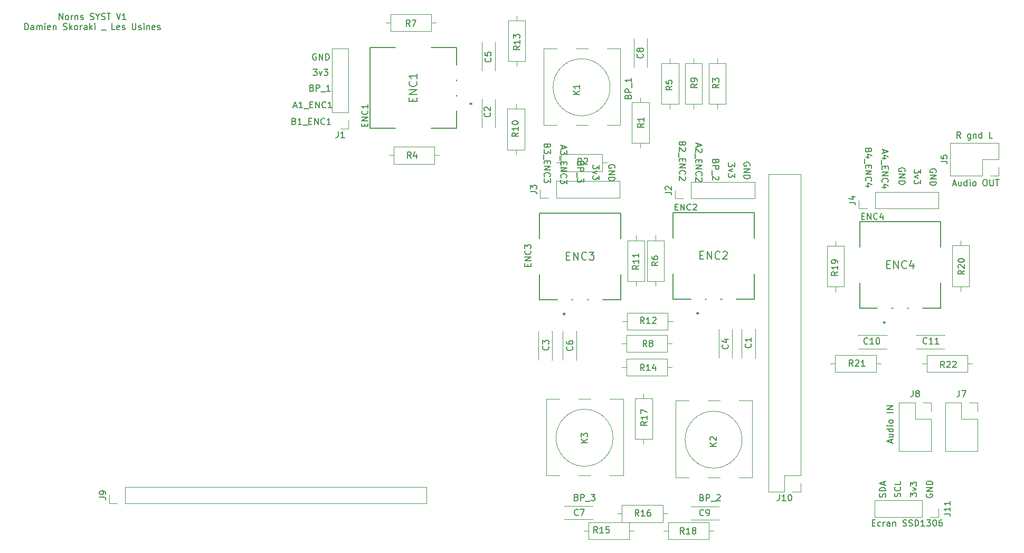
<source format=gbr>
%TF.GenerationSoftware,KiCad,Pcbnew,(6.0.5)*%
%TF.CreationDate,2022-06-02T12:02:42+02:00*%
%TF.ProjectId,norns_fork,6e6f726e-735f-4666-9f72-6b2e6b696361,rev?*%
%TF.SameCoordinates,Original*%
%TF.FileFunction,Legend,Top*%
%TF.FilePolarity,Positive*%
%FSLAX46Y46*%
G04 Gerber Fmt 4.6, Leading zero omitted, Abs format (unit mm)*
G04 Created by KiCad (PCBNEW (6.0.5)) date 2022-06-02 12:02:42*
%MOMM*%
%LPD*%
G01*
G04 APERTURE LIST*
%ADD10C,0.150000*%
%ADD11C,0.120000*%
%ADD12C,0.250000*%
G04 APERTURE END LIST*
D10*
X150378571Y-55435714D02*
X150426190Y-55292857D01*
X150473809Y-55245238D01*
X150569047Y-55197619D01*
X150711904Y-55197619D01*
X150807142Y-55245238D01*
X150854761Y-55292857D01*
X150902380Y-55388095D01*
X150902380Y-55769047D01*
X149902380Y-55769047D01*
X149902380Y-55435714D01*
X149950000Y-55340476D01*
X149997619Y-55292857D01*
X150092857Y-55245238D01*
X150188095Y-55245238D01*
X150283333Y-55292857D01*
X150330952Y-55340476D01*
X150378571Y-55435714D01*
X150378571Y-55769047D01*
X150902380Y-54769047D02*
X149902380Y-54769047D01*
X149902380Y-54388095D01*
X149950000Y-54292857D01*
X149997619Y-54245238D01*
X150092857Y-54197619D01*
X150235714Y-54197619D01*
X150330952Y-54245238D01*
X150378571Y-54292857D01*
X150426190Y-54388095D01*
X150426190Y-54769047D01*
X150997619Y-54007142D02*
X150997619Y-53245238D01*
X150902380Y-52483333D02*
X150902380Y-53054761D01*
X150902380Y-52769047D02*
X149902380Y-52769047D01*
X150045238Y-52864285D01*
X150140476Y-52959523D01*
X150188095Y-53054761D01*
X162214285Y-119778571D02*
X162357142Y-119826190D01*
X162404761Y-119873809D01*
X162452380Y-119969047D01*
X162452380Y-120111904D01*
X162404761Y-120207142D01*
X162357142Y-120254761D01*
X162261904Y-120302380D01*
X161880952Y-120302380D01*
X161880952Y-119302380D01*
X162214285Y-119302380D01*
X162309523Y-119350000D01*
X162357142Y-119397619D01*
X162404761Y-119492857D01*
X162404761Y-119588095D01*
X162357142Y-119683333D01*
X162309523Y-119730952D01*
X162214285Y-119778571D01*
X161880952Y-119778571D01*
X162880952Y-120302380D02*
X162880952Y-119302380D01*
X163261904Y-119302380D01*
X163357142Y-119350000D01*
X163404761Y-119397619D01*
X163452380Y-119492857D01*
X163452380Y-119635714D01*
X163404761Y-119730952D01*
X163357142Y-119778571D01*
X163261904Y-119826190D01*
X162880952Y-119826190D01*
X163642857Y-120397619D02*
X164404761Y-120397619D01*
X164595238Y-119397619D02*
X164642857Y-119350000D01*
X164738095Y-119302380D01*
X164976190Y-119302380D01*
X165071428Y-119350000D01*
X165119047Y-119397619D01*
X165166666Y-119492857D01*
X165166666Y-119588095D01*
X165119047Y-119730952D01*
X164547619Y-120302380D01*
X165166666Y-120302380D01*
X142114285Y-119728571D02*
X142257142Y-119776190D01*
X142304761Y-119823809D01*
X142352380Y-119919047D01*
X142352380Y-120061904D01*
X142304761Y-120157142D01*
X142257142Y-120204761D01*
X142161904Y-120252380D01*
X141780952Y-120252380D01*
X141780952Y-119252380D01*
X142114285Y-119252380D01*
X142209523Y-119300000D01*
X142257142Y-119347619D01*
X142304761Y-119442857D01*
X142304761Y-119538095D01*
X142257142Y-119633333D01*
X142209523Y-119680952D01*
X142114285Y-119728571D01*
X141780952Y-119728571D01*
X142780952Y-120252380D02*
X142780952Y-119252380D01*
X143161904Y-119252380D01*
X143257142Y-119300000D01*
X143304761Y-119347619D01*
X143352380Y-119442857D01*
X143352380Y-119585714D01*
X143304761Y-119680952D01*
X143257142Y-119728571D01*
X143161904Y-119776190D01*
X142780952Y-119776190D01*
X143542857Y-120347619D02*
X144304761Y-120347619D01*
X144447619Y-119252380D02*
X145066666Y-119252380D01*
X144733333Y-119633333D01*
X144876190Y-119633333D01*
X144971428Y-119680952D01*
X145019047Y-119728571D01*
X145066666Y-119823809D01*
X145066666Y-120061904D01*
X145019047Y-120157142D01*
X144971428Y-120204761D01*
X144876190Y-120252380D01*
X144590476Y-120252380D01*
X144495238Y-120204761D01*
X144447619Y-120157142D01*
X59116666Y-43097380D02*
X59116666Y-42097380D01*
X59688095Y-43097380D01*
X59688095Y-42097380D01*
X60307142Y-43097380D02*
X60211904Y-43049761D01*
X60164285Y-43002142D01*
X60116666Y-42906904D01*
X60116666Y-42621190D01*
X60164285Y-42525952D01*
X60211904Y-42478333D01*
X60307142Y-42430714D01*
X60450000Y-42430714D01*
X60545238Y-42478333D01*
X60592857Y-42525952D01*
X60640476Y-42621190D01*
X60640476Y-42906904D01*
X60592857Y-43002142D01*
X60545238Y-43049761D01*
X60450000Y-43097380D01*
X60307142Y-43097380D01*
X61069047Y-43097380D02*
X61069047Y-42430714D01*
X61069047Y-42621190D02*
X61116666Y-42525952D01*
X61164285Y-42478333D01*
X61259523Y-42430714D01*
X61354761Y-42430714D01*
X61688095Y-42430714D02*
X61688095Y-43097380D01*
X61688095Y-42525952D02*
X61735714Y-42478333D01*
X61830952Y-42430714D01*
X61973809Y-42430714D01*
X62069047Y-42478333D01*
X62116666Y-42573571D01*
X62116666Y-43097380D01*
X62545238Y-43049761D02*
X62640476Y-43097380D01*
X62830952Y-43097380D01*
X62926190Y-43049761D01*
X62973809Y-42954523D01*
X62973809Y-42906904D01*
X62926190Y-42811666D01*
X62830952Y-42764047D01*
X62688095Y-42764047D01*
X62592857Y-42716428D01*
X62545238Y-42621190D01*
X62545238Y-42573571D01*
X62592857Y-42478333D01*
X62688095Y-42430714D01*
X62830952Y-42430714D01*
X62926190Y-42478333D01*
X64116666Y-43049761D02*
X64259523Y-43097380D01*
X64497619Y-43097380D01*
X64592857Y-43049761D01*
X64640476Y-43002142D01*
X64688095Y-42906904D01*
X64688095Y-42811666D01*
X64640476Y-42716428D01*
X64592857Y-42668809D01*
X64497619Y-42621190D01*
X64307142Y-42573571D01*
X64211904Y-42525952D01*
X64164285Y-42478333D01*
X64116666Y-42383095D01*
X64116666Y-42287857D01*
X64164285Y-42192619D01*
X64211904Y-42145000D01*
X64307142Y-42097380D01*
X64545238Y-42097380D01*
X64688095Y-42145000D01*
X65307142Y-42621190D02*
X65307142Y-43097380D01*
X64973809Y-42097380D02*
X65307142Y-42621190D01*
X65640476Y-42097380D01*
X65926190Y-43049761D02*
X66069047Y-43097380D01*
X66307142Y-43097380D01*
X66402380Y-43049761D01*
X66450000Y-43002142D01*
X66497619Y-42906904D01*
X66497619Y-42811666D01*
X66450000Y-42716428D01*
X66402380Y-42668809D01*
X66307142Y-42621190D01*
X66116666Y-42573571D01*
X66021428Y-42525952D01*
X65973809Y-42478333D01*
X65926190Y-42383095D01*
X65926190Y-42287857D01*
X65973809Y-42192619D01*
X66021428Y-42145000D01*
X66116666Y-42097380D01*
X66354761Y-42097380D01*
X66497619Y-42145000D01*
X66783333Y-42097380D02*
X67354761Y-42097380D01*
X67069047Y-43097380D02*
X67069047Y-42097380D01*
X68307142Y-42097380D02*
X68640476Y-43097380D01*
X68973809Y-42097380D01*
X69830952Y-43097380D02*
X69259523Y-43097380D01*
X69545238Y-43097380D02*
X69545238Y-42097380D01*
X69450000Y-42240238D01*
X69354761Y-42335476D01*
X69259523Y-42383095D01*
X53616666Y-44707380D02*
X53616666Y-43707380D01*
X53854761Y-43707380D01*
X53997619Y-43755000D01*
X54092857Y-43850238D01*
X54140476Y-43945476D01*
X54188095Y-44135952D01*
X54188095Y-44278809D01*
X54140476Y-44469285D01*
X54092857Y-44564523D01*
X53997619Y-44659761D01*
X53854761Y-44707380D01*
X53616666Y-44707380D01*
X55045238Y-44707380D02*
X55045238Y-44183571D01*
X54997619Y-44088333D01*
X54902380Y-44040714D01*
X54711904Y-44040714D01*
X54616666Y-44088333D01*
X55045238Y-44659761D02*
X54950000Y-44707380D01*
X54711904Y-44707380D01*
X54616666Y-44659761D01*
X54569047Y-44564523D01*
X54569047Y-44469285D01*
X54616666Y-44374047D01*
X54711904Y-44326428D01*
X54950000Y-44326428D01*
X55045238Y-44278809D01*
X55521428Y-44707380D02*
X55521428Y-44040714D01*
X55521428Y-44135952D02*
X55569047Y-44088333D01*
X55664285Y-44040714D01*
X55807142Y-44040714D01*
X55902380Y-44088333D01*
X55950000Y-44183571D01*
X55950000Y-44707380D01*
X55950000Y-44183571D02*
X55997619Y-44088333D01*
X56092857Y-44040714D01*
X56235714Y-44040714D01*
X56330952Y-44088333D01*
X56378571Y-44183571D01*
X56378571Y-44707380D01*
X56854761Y-44707380D02*
X56854761Y-44040714D01*
X56854761Y-43707380D02*
X56807142Y-43755000D01*
X56854761Y-43802619D01*
X56902380Y-43755000D01*
X56854761Y-43707380D01*
X56854761Y-43802619D01*
X57711904Y-44659761D02*
X57616666Y-44707380D01*
X57426190Y-44707380D01*
X57330952Y-44659761D01*
X57283333Y-44564523D01*
X57283333Y-44183571D01*
X57330952Y-44088333D01*
X57426190Y-44040714D01*
X57616666Y-44040714D01*
X57711904Y-44088333D01*
X57759523Y-44183571D01*
X57759523Y-44278809D01*
X57283333Y-44374047D01*
X58188095Y-44040714D02*
X58188095Y-44707380D01*
X58188095Y-44135952D02*
X58235714Y-44088333D01*
X58330952Y-44040714D01*
X58473809Y-44040714D01*
X58569047Y-44088333D01*
X58616666Y-44183571D01*
X58616666Y-44707380D01*
X59807142Y-44659761D02*
X59950000Y-44707380D01*
X60188095Y-44707380D01*
X60283333Y-44659761D01*
X60330952Y-44612142D01*
X60378571Y-44516904D01*
X60378571Y-44421666D01*
X60330952Y-44326428D01*
X60283333Y-44278809D01*
X60188095Y-44231190D01*
X59997619Y-44183571D01*
X59902380Y-44135952D01*
X59854761Y-44088333D01*
X59807142Y-43993095D01*
X59807142Y-43897857D01*
X59854761Y-43802619D01*
X59902380Y-43755000D01*
X59997619Y-43707380D01*
X60235714Y-43707380D01*
X60378571Y-43755000D01*
X60807142Y-44707380D02*
X60807142Y-43707380D01*
X60902380Y-44326428D02*
X61188095Y-44707380D01*
X61188095Y-44040714D02*
X60807142Y-44421666D01*
X61759523Y-44707380D02*
X61664285Y-44659761D01*
X61616666Y-44612142D01*
X61569047Y-44516904D01*
X61569047Y-44231190D01*
X61616666Y-44135952D01*
X61664285Y-44088333D01*
X61759523Y-44040714D01*
X61902380Y-44040714D01*
X61997619Y-44088333D01*
X62045238Y-44135952D01*
X62092857Y-44231190D01*
X62092857Y-44516904D01*
X62045238Y-44612142D01*
X61997619Y-44659761D01*
X61902380Y-44707380D01*
X61759523Y-44707380D01*
X62521428Y-44707380D02*
X62521428Y-44040714D01*
X62521428Y-44231190D02*
X62569047Y-44135952D01*
X62616666Y-44088333D01*
X62711904Y-44040714D01*
X62807142Y-44040714D01*
X63569047Y-44707380D02*
X63569047Y-44183571D01*
X63521428Y-44088333D01*
X63426190Y-44040714D01*
X63235714Y-44040714D01*
X63140476Y-44088333D01*
X63569047Y-44659761D02*
X63473809Y-44707380D01*
X63235714Y-44707380D01*
X63140476Y-44659761D01*
X63092857Y-44564523D01*
X63092857Y-44469285D01*
X63140476Y-44374047D01*
X63235714Y-44326428D01*
X63473809Y-44326428D01*
X63569047Y-44278809D01*
X64045238Y-44707380D02*
X64045238Y-43707380D01*
X64140476Y-44326428D02*
X64426190Y-44707380D01*
X64426190Y-44040714D02*
X64045238Y-44421666D01*
X64854761Y-44707380D02*
X64854761Y-44040714D01*
X64854761Y-43707380D02*
X64807142Y-43755000D01*
X64854761Y-43802619D01*
X64902380Y-43755000D01*
X64854761Y-43707380D01*
X64854761Y-43802619D01*
X65854761Y-44802619D02*
X66616666Y-44802619D01*
X68092857Y-44707380D02*
X67616666Y-44707380D01*
X67616666Y-43707380D01*
X68807142Y-44659761D02*
X68711904Y-44707380D01*
X68521428Y-44707380D01*
X68426190Y-44659761D01*
X68378571Y-44564523D01*
X68378571Y-44183571D01*
X68426190Y-44088333D01*
X68521428Y-44040714D01*
X68711904Y-44040714D01*
X68807142Y-44088333D01*
X68854761Y-44183571D01*
X68854761Y-44278809D01*
X68378571Y-44374047D01*
X69235714Y-44659761D02*
X69330952Y-44707380D01*
X69521428Y-44707380D01*
X69616666Y-44659761D01*
X69664285Y-44564523D01*
X69664285Y-44516904D01*
X69616666Y-44421666D01*
X69521428Y-44374047D01*
X69378571Y-44374047D01*
X69283333Y-44326428D01*
X69235714Y-44231190D01*
X69235714Y-44183571D01*
X69283333Y-44088333D01*
X69378571Y-44040714D01*
X69521428Y-44040714D01*
X69616666Y-44088333D01*
X70854761Y-43707380D02*
X70854761Y-44516904D01*
X70902380Y-44612142D01*
X70950000Y-44659761D01*
X71045238Y-44707380D01*
X71235714Y-44707380D01*
X71330952Y-44659761D01*
X71378571Y-44612142D01*
X71426190Y-44516904D01*
X71426190Y-43707380D01*
X71854761Y-44659761D02*
X71950000Y-44707380D01*
X72140476Y-44707380D01*
X72235714Y-44659761D01*
X72283333Y-44564523D01*
X72283333Y-44516904D01*
X72235714Y-44421666D01*
X72140476Y-44374047D01*
X71997619Y-44374047D01*
X71902380Y-44326428D01*
X71854761Y-44231190D01*
X71854761Y-44183571D01*
X71902380Y-44088333D01*
X71997619Y-44040714D01*
X72140476Y-44040714D01*
X72235714Y-44088333D01*
X72711904Y-44707380D02*
X72711904Y-44040714D01*
X72711904Y-43707380D02*
X72664285Y-43755000D01*
X72711904Y-43802619D01*
X72759523Y-43755000D01*
X72711904Y-43707380D01*
X72711904Y-43802619D01*
X73188095Y-44040714D02*
X73188095Y-44707380D01*
X73188095Y-44135952D02*
X73235714Y-44088333D01*
X73330952Y-44040714D01*
X73473809Y-44040714D01*
X73569047Y-44088333D01*
X73616666Y-44183571D01*
X73616666Y-44707380D01*
X74473809Y-44659761D02*
X74378571Y-44707380D01*
X74188095Y-44707380D01*
X74092857Y-44659761D01*
X74045238Y-44564523D01*
X74045238Y-44183571D01*
X74092857Y-44088333D01*
X74188095Y-44040714D01*
X74378571Y-44040714D01*
X74473809Y-44088333D01*
X74521428Y-44183571D01*
X74521428Y-44278809D01*
X74045238Y-44374047D01*
X74902380Y-44659761D02*
X74997619Y-44707380D01*
X75188095Y-44707380D01*
X75283333Y-44659761D01*
X75330952Y-44564523D01*
X75330952Y-44516904D01*
X75283333Y-44421666D01*
X75188095Y-44374047D01*
X75045238Y-44374047D01*
X74950000Y-44326428D01*
X74902380Y-44231190D01*
X74902380Y-44183571D01*
X74950000Y-44088333D01*
X75045238Y-44040714D01*
X75188095Y-44040714D01*
X75283333Y-44088333D01*
X192616666Y-110976190D02*
X192616666Y-110500000D01*
X192902380Y-111071428D02*
X191902380Y-110738095D01*
X192902380Y-110404761D01*
X192235714Y-109642857D02*
X192902380Y-109642857D01*
X192235714Y-110071428D02*
X192759523Y-110071428D01*
X192854761Y-110023809D01*
X192902380Y-109928571D01*
X192902380Y-109785714D01*
X192854761Y-109690476D01*
X192807142Y-109642857D01*
X192902380Y-108738095D02*
X191902380Y-108738095D01*
X192854761Y-108738095D02*
X192902380Y-108833333D01*
X192902380Y-109023809D01*
X192854761Y-109119047D01*
X192807142Y-109166666D01*
X192711904Y-109214285D01*
X192426190Y-109214285D01*
X192330952Y-109166666D01*
X192283333Y-109119047D01*
X192235714Y-109023809D01*
X192235714Y-108833333D01*
X192283333Y-108738095D01*
X192902380Y-108261904D02*
X192235714Y-108261904D01*
X191902380Y-108261904D02*
X191950000Y-108309523D01*
X191997619Y-108261904D01*
X191950000Y-108214285D01*
X191902380Y-108261904D01*
X191997619Y-108261904D01*
X192902380Y-107642857D02*
X192854761Y-107738095D01*
X192807142Y-107785714D01*
X192711904Y-107833333D01*
X192426190Y-107833333D01*
X192330952Y-107785714D01*
X192283333Y-107738095D01*
X192235714Y-107642857D01*
X192235714Y-107500000D01*
X192283333Y-107404761D01*
X192330952Y-107357142D01*
X192426190Y-107309523D01*
X192711904Y-107309523D01*
X192807142Y-107357142D01*
X192854761Y-107404761D01*
X192902380Y-107500000D01*
X192902380Y-107642857D01*
X192902380Y-106119047D02*
X191902380Y-106119047D01*
X192902380Y-105642857D02*
X191902380Y-105642857D01*
X192902380Y-105071428D01*
X191902380Y-105071428D01*
X189554761Y-123828571D02*
X189888095Y-123828571D01*
X190030952Y-124352380D02*
X189554761Y-124352380D01*
X189554761Y-123352380D01*
X190030952Y-123352380D01*
X190888095Y-124304761D02*
X190792857Y-124352380D01*
X190602380Y-124352380D01*
X190507142Y-124304761D01*
X190459523Y-124257142D01*
X190411904Y-124161904D01*
X190411904Y-123876190D01*
X190459523Y-123780952D01*
X190507142Y-123733333D01*
X190602380Y-123685714D01*
X190792857Y-123685714D01*
X190888095Y-123733333D01*
X191316666Y-124352380D02*
X191316666Y-123685714D01*
X191316666Y-123876190D02*
X191364285Y-123780952D01*
X191411904Y-123733333D01*
X191507142Y-123685714D01*
X191602380Y-123685714D01*
X192364285Y-124352380D02*
X192364285Y-123828571D01*
X192316666Y-123733333D01*
X192221428Y-123685714D01*
X192030952Y-123685714D01*
X191935714Y-123733333D01*
X192364285Y-124304761D02*
X192269047Y-124352380D01*
X192030952Y-124352380D01*
X191935714Y-124304761D01*
X191888095Y-124209523D01*
X191888095Y-124114285D01*
X191935714Y-124019047D01*
X192030952Y-123971428D01*
X192269047Y-123971428D01*
X192364285Y-123923809D01*
X192840476Y-123685714D02*
X192840476Y-124352380D01*
X192840476Y-123780952D02*
X192888095Y-123733333D01*
X192983333Y-123685714D01*
X193126190Y-123685714D01*
X193221428Y-123733333D01*
X193269047Y-123828571D01*
X193269047Y-124352380D01*
X194459523Y-124304761D02*
X194602380Y-124352380D01*
X194840476Y-124352380D01*
X194935714Y-124304761D01*
X194983333Y-124257142D01*
X195030952Y-124161904D01*
X195030952Y-124066666D01*
X194983333Y-123971428D01*
X194935714Y-123923809D01*
X194840476Y-123876190D01*
X194650000Y-123828571D01*
X194554761Y-123780952D01*
X194507142Y-123733333D01*
X194459523Y-123638095D01*
X194459523Y-123542857D01*
X194507142Y-123447619D01*
X194554761Y-123400000D01*
X194650000Y-123352380D01*
X194888095Y-123352380D01*
X195030952Y-123400000D01*
X195411904Y-124304761D02*
X195554761Y-124352380D01*
X195792857Y-124352380D01*
X195888095Y-124304761D01*
X195935714Y-124257142D01*
X195983333Y-124161904D01*
X195983333Y-124066666D01*
X195935714Y-123971428D01*
X195888095Y-123923809D01*
X195792857Y-123876190D01*
X195602380Y-123828571D01*
X195507142Y-123780952D01*
X195459523Y-123733333D01*
X195411904Y-123638095D01*
X195411904Y-123542857D01*
X195459523Y-123447619D01*
X195507142Y-123400000D01*
X195602380Y-123352380D01*
X195840476Y-123352380D01*
X195983333Y-123400000D01*
X196411904Y-124352380D02*
X196411904Y-123352380D01*
X196650000Y-123352380D01*
X196792857Y-123400000D01*
X196888095Y-123495238D01*
X196935714Y-123590476D01*
X196983333Y-123780952D01*
X196983333Y-123923809D01*
X196935714Y-124114285D01*
X196888095Y-124209523D01*
X196792857Y-124304761D01*
X196650000Y-124352380D01*
X196411904Y-124352380D01*
X197935714Y-124352380D02*
X197364285Y-124352380D01*
X197650000Y-124352380D02*
X197650000Y-123352380D01*
X197554761Y-123495238D01*
X197459523Y-123590476D01*
X197364285Y-123638095D01*
X198269047Y-123352380D02*
X198888095Y-123352380D01*
X198554761Y-123733333D01*
X198697619Y-123733333D01*
X198792857Y-123780952D01*
X198840476Y-123828571D01*
X198888095Y-123923809D01*
X198888095Y-124161904D01*
X198840476Y-124257142D01*
X198792857Y-124304761D01*
X198697619Y-124352380D01*
X198411904Y-124352380D01*
X198316666Y-124304761D01*
X198269047Y-124257142D01*
X199507142Y-123352380D02*
X199602380Y-123352380D01*
X199697619Y-123400000D01*
X199745238Y-123447619D01*
X199792857Y-123542857D01*
X199840476Y-123733333D01*
X199840476Y-123971428D01*
X199792857Y-124161904D01*
X199745238Y-124257142D01*
X199697619Y-124304761D01*
X199602380Y-124352380D01*
X199507142Y-124352380D01*
X199411904Y-124304761D01*
X199364285Y-124257142D01*
X199316666Y-124161904D01*
X199269047Y-123971428D01*
X199269047Y-123733333D01*
X199316666Y-123542857D01*
X199364285Y-123447619D01*
X199411904Y-123400000D01*
X199507142Y-123352380D01*
X200697619Y-123352380D02*
X200507142Y-123352380D01*
X200411904Y-123400000D01*
X200364285Y-123447619D01*
X200269047Y-123590476D01*
X200221428Y-123780952D01*
X200221428Y-124161904D01*
X200269047Y-124257142D01*
X200316666Y-124304761D01*
X200411904Y-124352380D01*
X200602380Y-124352380D01*
X200697619Y-124304761D01*
X200745238Y-124257142D01*
X200792857Y-124161904D01*
X200792857Y-123923809D01*
X200745238Y-123828571D01*
X200697619Y-123780952D01*
X200602380Y-123733333D01*
X200411904Y-123733333D01*
X200316666Y-123780952D01*
X200269047Y-123828571D01*
X200221428Y-123923809D01*
X198250000Y-119211904D02*
X198202380Y-119307142D01*
X198202380Y-119450000D01*
X198250000Y-119592857D01*
X198345238Y-119688095D01*
X198440476Y-119735714D01*
X198630952Y-119783333D01*
X198773809Y-119783333D01*
X198964285Y-119735714D01*
X199059523Y-119688095D01*
X199154761Y-119592857D01*
X199202380Y-119450000D01*
X199202380Y-119354761D01*
X199154761Y-119211904D01*
X199107142Y-119164285D01*
X198773809Y-119164285D01*
X198773809Y-119354761D01*
X199202380Y-118735714D02*
X198202380Y-118735714D01*
X199202380Y-118164285D01*
X198202380Y-118164285D01*
X199202380Y-117688095D02*
X198202380Y-117688095D01*
X198202380Y-117450000D01*
X198250000Y-117307142D01*
X198345238Y-117211904D01*
X198440476Y-117164285D01*
X198630952Y-117116666D01*
X198773809Y-117116666D01*
X198964285Y-117164285D01*
X199059523Y-117211904D01*
X199154761Y-117307142D01*
X199202380Y-117450000D01*
X199202380Y-117688095D01*
X195652380Y-119640476D02*
X195652380Y-119021428D01*
X196033333Y-119354761D01*
X196033333Y-119211904D01*
X196080952Y-119116666D01*
X196128571Y-119069047D01*
X196223809Y-119021428D01*
X196461904Y-119021428D01*
X196557142Y-119069047D01*
X196604761Y-119116666D01*
X196652380Y-119211904D01*
X196652380Y-119497619D01*
X196604761Y-119592857D01*
X196557142Y-119640476D01*
X195985714Y-118688095D02*
X196652380Y-118450000D01*
X195985714Y-118211904D01*
X195652380Y-117926190D02*
X195652380Y-117307142D01*
X196033333Y-117640476D01*
X196033333Y-117497619D01*
X196080952Y-117402380D01*
X196128571Y-117354761D01*
X196223809Y-117307142D01*
X196461904Y-117307142D01*
X196557142Y-117354761D01*
X196604761Y-117402380D01*
X196652380Y-117497619D01*
X196652380Y-117783333D01*
X196604761Y-117878571D01*
X196557142Y-117926190D01*
X194054761Y-119640476D02*
X194102380Y-119497619D01*
X194102380Y-119259523D01*
X194054761Y-119164285D01*
X194007142Y-119116666D01*
X193911904Y-119069047D01*
X193816666Y-119069047D01*
X193721428Y-119116666D01*
X193673809Y-119164285D01*
X193626190Y-119259523D01*
X193578571Y-119450000D01*
X193530952Y-119545238D01*
X193483333Y-119592857D01*
X193388095Y-119640476D01*
X193292857Y-119640476D01*
X193197619Y-119592857D01*
X193150000Y-119545238D01*
X193102380Y-119450000D01*
X193102380Y-119211904D01*
X193150000Y-119069047D01*
X194007142Y-118069047D02*
X194054761Y-118116666D01*
X194102380Y-118259523D01*
X194102380Y-118354761D01*
X194054761Y-118497619D01*
X193959523Y-118592857D01*
X193864285Y-118640476D01*
X193673809Y-118688095D01*
X193530952Y-118688095D01*
X193340476Y-118640476D01*
X193245238Y-118592857D01*
X193150000Y-118497619D01*
X193102380Y-118354761D01*
X193102380Y-118259523D01*
X193150000Y-118116666D01*
X193197619Y-118069047D01*
X194102380Y-117164285D02*
X194102380Y-117640476D01*
X193102380Y-117640476D01*
X191654761Y-119714285D02*
X191702380Y-119571428D01*
X191702380Y-119333333D01*
X191654761Y-119238095D01*
X191607142Y-119190476D01*
X191511904Y-119142857D01*
X191416666Y-119142857D01*
X191321428Y-119190476D01*
X191273809Y-119238095D01*
X191226190Y-119333333D01*
X191178571Y-119523809D01*
X191130952Y-119619047D01*
X191083333Y-119666666D01*
X190988095Y-119714285D01*
X190892857Y-119714285D01*
X190797619Y-119666666D01*
X190750000Y-119619047D01*
X190702380Y-119523809D01*
X190702380Y-119285714D01*
X190750000Y-119142857D01*
X191702380Y-118714285D02*
X190702380Y-118714285D01*
X190702380Y-118476190D01*
X190750000Y-118333333D01*
X190845238Y-118238095D01*
X190940476Y-118190476D01*
X191130952Y-118142857D01*
X191273809Y-118142857D01*
X191464285Y-118190476D01*
X191559523Y-118238095D01*
X191654761Y-118333333D01*
X191702380Y-118476190D01*
X191702380Y-118714285D01*
X191416666Y-117761904D02*
X191416666Y-117285714D01*
X191702380Y-117857142D02*
X190702380Y-117523809D01*
X191702380Y-117190476D01*
X203685714Y-62102380D02*
X203352380Y-61626190D01*
X203114285Y-62102380D02*
X203114285Y-61102380D01*
X203495238Y-61102380D01*
X203590476Y-61150000D01*
X203638095Y-61197619D01*
X203685714Y-61292857D01*
X203685714Y-61435714D01*
X203638095Y-61530952D01*
X203590476Y-61578571D01*
X203495238Y-61626190D01*
X203114285Y-61626190D01*
X205304761Y-61435714D02*
X205304761Y-62245238D01*
X205257142Y-62340476D01*
X205209523Y-62388095D01*
X205114285Y-62435714D01*
X204971428Y-62435714D01*
X204876190Y-62388095D01*
X205304761Y-62054761D02*
X205209523Y-62102380D01*
X205019047Y-62102380D01*
X204923809Y-62054761D01*
X204876190Y-62007142D01*
X204828571Y-61911904D01*
X204828571Y-61626190D01*
X204876190Y-61530952D01*
X204923809Y-61483333D01*
X205019047Y-61435714D01*
X205209523Y-61435714D01*
X205304761Y-61483333D01*
X205780952Y-61435714D02*
X205780952Y-62102380D01*
X205780952Y-61530952D02*
X205828571Y-61483333D01*
X205923809Y-61435714D01*
X206066666Y-61435714D01*
X206161904Y-61483333D01*
X206209523Y-61578571D01*
X206209523Y-62102380D01*
X207114285Y-62102380D02*
X207114285Y-61102380D01*
X207114285Y-62054761D02*
X207019047Y-62102380D01*
X206828571Y-62102380D01*
X206733333Y-62054761D01*
X206685714Y-62007142D01*
X206638095Y-61911904D01*
X206638095Y-61626190D01*
X206685714Y-61530952D01*
X206733333Y-61483333D01*
X206828571Y-61435714D01*
X207019047Y-61435714D01*
X207114285Y-61483333D01*
X208828571Y-62102380D02*
X208352380Y-62102380D01*
X208352380Y-61102380D01*
X202507142Y-69466666D02*
X202983333Y-69466666D01*
X202411904Y-69752380D02*
X202745238Y-68752380D01*
X203078571Y-69752380D01*
X203840476Y-69085714D02*
X203840476Y-69752380D01*
X203411904Y-69085714D02*
X203411904Y-69609523D01*
X203459523Y-69704761D01*
X203554761Y-69752380D01*
X203697619Y-69752380D01*
X203792857Y-69704761D01*
X203840476Y-69657142D01*
X204745238Y-69752380D02*
X204745238Y-68752380D01*
X204745238Y-69704761D02*
X204650000Y-69752380D01*
X204459523Y-69752380D01*
X204364285Y-69704761D01*
X204316666Y-69657142D01*
X204269047Y-69561904D01*
X204269047Y-69276190D01*
X204316666Y-69180952D01*
X204364285Y-69133333D01*
X204459523Y-69085714D01*
X204650000Y-69085714D01*
X204745238Y-69133333D01*
X205221428Y-69752380D02*
X205221428Y-69085714D01*
X205221428Y-68752380D02*
X205173809Y-68800000D01*
X205221428Y-68847619D01*
X205269047Y-68800000D01*
X205221428Y-68752380D01*
X205221428Y-68847619D01*
X205840476Y-69752380D02*
X205745238Y-69704761D01*
X205697619Y-69657142D01*
X205650000Y-69561904D01*
X205650000Y-69276190D01*
X205697619Y-69180952D01*
X205745238Y-69133333D01*
X205840476Y-69085714D01*
X205983333Y-69085714D01*
X206078571Y-69133333D01*
X206126190Y-69180952D01*
X206173809Y-69276190D01*
X206173809Y-69561904D01*
X206126190Y-69657142D01*
X206078571Y-69704761D01*
X205983333Y-69752380D01*
X205840476Y-69752380D01*
X207554761Y-68752380D02*
X207745238Y-68752380D01*
X207840476Y-68800000D01*
X207935714Y-68895238D01*
X207983333Y-69085714D01*
X207983333Y-69419047D01*
X207935714Y-69609523D01*
X207840476Y-69704761D01*
X207745238Y-69752380D01*
X207554761Y-69752380D01*
X207459523Y-69704761D01*
X207364285Y-69609523D01*
X207316666Y-69419047D01*
X207316666Y-69085714D01*
X207364285Y-68895238D01*
X207459523Y-68800000D01*
X207554761Y-68752380D01*
X208411904Y-68752380D02*
X208411904Y-69561904D01*
X208459523Y-69657142D01*
X208507142Y-69704761D01*
X208602380Y-69752380D01*
X208792857Y-69752380D01*
X208888095Y-69704761D01*
X208935714Y-69657142D01*
X208983333Y-69561904D01*
X208983333Y-68752380D01*
X209316666Y-68752380D02*
X209888095Y-68752380D01*
X209602380Y-69752380D02*
X209602380Y-68752380D01*
X191383333Y-64002380D02*
X191383333Y-64478571D01*
X191097619Y-63907142D02*
X192097619Y-64240476D01*
X191097619Y-64573809D01*
X191764285Y-65335714D02*
X191097619Y-65335714D01*
X192145238Y-65097619D02*
X191430952Y-64859523D01*
X191430952Y-65478571D01*
X191002380Y-65621428D02*
X191002380Y-66383333D01*
X191621428Y-66621428D02*
X191621428Y-66954761D01*
X191097619Y-67097619D02*
X191097619Y-66621428D01*
X192097619Y-66621428D01*
X192097619Y-67097619D01*
X191097619Y-67526190D02*
X192097619Y-67526190D01*
X191097619Y-68097619D01*
X192097619Y-68097619D01*
X191192857Y-69145238D02*
X191145238Y-69097619D01*
X191097619Y-68954761D01*
X191097619Y-68859523D01*
X191145238Y-68716666D01*
X191240476Y-68621428D01*
X191335714Y-68573809D01*
X191526190Y-68526190D01*
X191669047Y-68526190D01*
X191859523Y-68573809D01*
X191954761Y-68621428D01*
X192050000Y-68716666D01*
X192097619Y-68859523D01*
X192097619Y-68954761D01*
X192050000Y-69097619D01*
X192002380Y-69145238D01*
X191764285Y-70002380D02*
X191097619Y-70002380D01*
X192145238Y-69764285D02*
X191430952Y-69526190D01*
X191430952Y-70145238D01*
X188971428Y-64061904D02*
X188923809Y-64204761D01*
X188876190Y-64252380D01*
X188780952Y-64300000D01*
X188638095Y-64300000D01*
X188542857Y-64252380D01*
X188495238Y-64204761D01*
X188447619Y-64109523D01*
X188447619Y-63728571D01*
X189447619Y-63728571D01*
X189447619Y-64061904D01*
X189400000Y-64157142D01*
X189352380Y-64204761D01*
X189257142Y-64252380D01*
X189161904Y-64252380D01*
X189066666Y-64204761D01*
X189019047Y-64157142D01*
X188971428Y-64061904D01*
X188971428Y-63728571D01*
X189114285Y-65157142D02*
X188447619Y-65157142D01*
X189495238Y-64919047D02*
X188780952Y-64680952D01*
X188780952Y-65300000D01*
X188352380Y-65442857D02*
X188352380Y-66204761D01*
X188971428Y-66442857D02*
X188971428Y-66776190D01*
X188447619Y-66919047D02*
X188447619Y-66442857D01*
X189447619Y-66442857D01*
X189447619Y-66919047D01*
X188447619Y-67347619D02*
X189447619Y-67347619D01*
X188447619Y-67919047D01*
X189447619Y-67919047D01*
X188542857Y-68966666D02*
X188495238Y-68919047D01*
X188447619Y-68776190D01*
X188447619Y-68680952D01*
X188495238Y-68538095D01*
X188590476Y-68442857D01*
X188685714Y-68395238D01*
X188876190Y-68347619D01*
X189019047Y-68347619D01*
X189209523Y-68395238D01*
X189304761Y-68442857D01*
X189400000Y-68538095D01*
X189447619Y-68680952D01*
X189447619Y-68776190D01*
X189400000Y-68919047D01*
X189352380Y-68966666D01*
X189114285Y-69823809D02*
X188447619Y-69823809D01*
X189495238Y-69585714D02*
X188780952Y-69347619D01*
X188780952Y-69966666D01*
X199750000Y-67588095D02*
X199797619Y-67492857D01*
X199797619Y-67350000D01*
X199750000Y-67207142D01*
X199654761Y-67111904D01*
X199559523Y-67064285D01*
X199369047Y-67016666D01*
X199226190Y-67016666D01*
X199035714Y-67064285D01*
X198940476Y-67111904D01*
X198845238Y-67207142D01*
X198797619Y-67350000D01*
X198797619Y-67445238D01*
X198845238Y-67588095D01*
X198892857Y-67635714D01*
X199226190Y-67635714D01*
X199226190Y-67445238D01*
X198797619Y-68064285D02*
X199797619Y-68064285D01*
X198797619Y-68635714D01*
X199797619Y-68635714D01*
X198797619Y-69111904D02*
X199797619Y-69111904D01*
X199797619Y-69350000D01*
X199750000Y-69492857D01*
X199654761Y-69588095D01*
X199559523Y-69635714D01*
X199369047Y-69683333D01*
X199226190Y-69683333D01*
X199035714Y-69635714D01*
X198940476Y-69588095D01*
X198845238Y-69492857D01*
X198797619Y-69350000D01*
X198797619Y-69111904D01*
X197297619Y-67109523D02*
X197297619Y-67728571D01*
X196916666Y-67395238D01*
X196916666Y-67538095D01*
X196869047Y-67633333D01*
X196821428Y-67680952D01*
X196726190Y-67728571D01*
X196488095Y-67728571D01*
X196392857Y-67680952D01*
X196345238Y-67633333D01*
X196297619Y-67538095D01*
X196297619Y-67252380D01*
X196345238Y-67157142D01*
X196392857Y-67109523D01*
X196964285Y-68061904D02*
X196297619Y-68300000D01*
X196964285Y-68538095D01*
X197297619Y-68823809D02*
X197297619Y-69442857D01*
X196916666Y-69109523D01*
X196916666Y-69252380D01*
X196869047Y-69347619D01*
X196821428Y-69395238D01*
X196726190Y-69442857D01*
X196488095Y-69442857D01*
X196392857Y-69395238D01*
X196345238Y-69347619D01*
X196297619Y-69252380D01*
X196297619Y-68966666D01*
X196345238Y-68871428D01*
X196392857Y-68823809D01*
X194750000Y-67438095D02*
X194797619Y-67342857D01*
X194797619Y-67200000D01*
X194750000Y-67057142D01*
X194654761Y-66961904D01*
X194559523Y-66914285D01*
X194369047Y-66866666D01*
X194226190Y-66866666D01*
X194035714Y-66914285D01*
X193940476Y-66961904D01*
X193845238Y-67057142D01*
X193797619Y-67200000D01*
X193797619Y-67295238D01*
X193845238Y-67438095D01*
X193892857Y-67485714D01*
X194226190Y-67485714D01*
X194226190Y-67295238D01*
X193797619Y-67914285D02*
X194797619Y-67914285D01*
X193797619Y-68485714D01*
X194797619Y-68485714D01*
X193797619Y-68961904D02*
X194797619Y-68961904D01*
X194797619Y-69200000D01*
X194750000Y-69342857D01*
X194654761Y-69438095D01*
X194559523Y-69485714D01*
X194369047Y-69533333D01*
X194226190Y-69533333D01*
X194035714Y-69485714D01*
X193940476Y-69438095D01*
X193845238Y-69342857D01*
X193797619Y-69200000D01*
X193797619Y-68961904D01*
X139833333Y-63302380D02*
X139833333Y-63778571D01*
X139547619Y-63207142D02*
X140547619Y-63540476D01*
X139547619Y-63873809D01*
X140547619Y-64111904D02*
X140547619Y-64730952D01*
X140166666Y-64397619D01*
X140166666Y-64540476D01*
X140119047Y-64635714D01*
X140071428Y-64683333D01*
X139976190Y-64730952D01*
X139738095Y-64730952D01*
X139642857Y-64683333D01*
X139595238Y-64635714D01*
X139547619Y-64540476D01*
X139547619Y-64254761D01*
X139595238Y-64159523D01*
X139642857Y-64111904D01*
X139452380Y-64921428D02*
X139452380Y-65683333D01*
X140071428Y-65921428D02*
X140071428Y-66254761D01*
X139547619Y-66397619D02*
X139547619Y-65921428D01*
X140547619Y-65921428D01*
X140547619Y-66397619D01*
X139547619Y-66826190D02*
X140547619Y-66826190D01*
X139547619Y-67397619D01*
X140547619Y-67397619D01*
X139642857Y-68445238D02*
X139595238Y-68397619D01*
X139547619Y-68254761D01*
X139547619Y-68159523D01*
X139595238Y-68016666D01*
X139690476Y-67921428D01*
X139785714Y-67873809D01*
X139976190Y-67826190D01*
X140119047Y-67826190D01*
X140309523Y-67873809D01*
X140404761Y-67921428D01*
X140500000Y-68016666D01*
X140547619Y-68159523D01*
X140547619Y-68254761D01*
X140500000Y-68397619D01*
X140452380Y-68445238D01*
X140547619Y-68778571D02*
X140547619Y-69397619D01*
X140166666Y-69064285D01*
X140166666Y-69207142D01*
X140119047Y-69302380D01*
X140071428Y-69350000D01*
X139976190Y-69397619D01*
X139738095Y-69397619D01*
X139642857Y-69350000D01*
X139595238Y-69302380D01*
X139547619Y-69207142D01*
X139547619Y-68921428D01*
X139595238Y-68826190D01*
X139642857Y-68778571D01*
X148200000Y-66888095D02*
X148247619Y-66792857D01*
X148247619Y-66650000D01*
X148200000Y-66507142D01*
X148104761Y-66411904D01*
X148009523Y-66364285D01*
X147819047Y-66316666D01*
X147676190Y-66316666D01*
X147485714Y-66364285D01*
X147390476Y-66411904D01*
X147295238Y-66507142D01*
X147247619Y-66650000D01*
X147247619Y-66745238D01*
X147295238Y-66888095D01*
X147342857Y-66935714D01*
X147676190Y-66935714D01*
X147676190Y-66745238D01*
X147247619Y-67364285D02*
X148247619Y-67364285D01*
X147247619Y-67935714D01*
X148247619Y-67935714D01*
X147247619Y-68411904D02*
X148247619Y-68411904D01*
X148247619Y-68650000D01*
X148200000Y-68792857D01*
X148104761Y-68888095D01*
X148009523Y-68935714D01*
X147819047Y-68983333D01*
X147676190Y-68983333D01*
X147485714Y-68935714D01*
X147390476Y-68888095D01*
X147295238Y-68792857D01*
X147247619Y-68650000D01*
X147247619Y-68411904D01*
X137421428Y-63361904D02*
X137373809Y-63504761D01*
X137326190Y-63552380D01*
X137230952Y-63600000D01*
X137088095Y-63600000D01*
X136992857Y-63552380D01*
X136945238Y-63504761D01*
X136897619Y-63409523D01*
X136897619Y-63028571D01*
X137897619Y-63028571D01*
X137897619Y-63361904D01*
X137850000Y-63457142D01*
X137802380Y-63504761D01*
X137707142Y-63552380D01*
X137611904Y-63552380D01*
X137516666Y-63504761D01*
X137469047Y-63457142D01*
X137421428Y-63361904D01*
X137421428Y-63028571D01*
X137897619Y-63933333D02*
X137897619Y-64552380D01*
X137516666Y-64219047D01*
X137516666Y-64361904D01*
X137469047Y-64457142D01*
X137421428Y-64504761D01*
X137326190Y-64552380D01*
X137088095Y-64552380D01*
X136992857Y-64504761D01*
X136945238Y-64457142D01*
X136897619Y-64361904D01*
X136897619Y-64076190D01*
X136945238Y-63980952D01*
X136992857Y-63933333D01*
X136802380Y-64742857D02*
X136802380Y-65504761D01*
X137421428Y-65742857D02*
X137421428Y-66076190D01*
X136897619Y-66219047D02*
X136897619Y-65742857D01*
X137897619Y-65742857D01*
X137897619Y-66219047D01*
X136897619Y-66647619D02*
X137897619Y-66647619D01*
X136897619Y-67219047D01*
X137897619Y-67219047D01*
X136992857Y-68266666D02*
X136945238Y-68219047D01*
X136897619Y-68076190D01*
X136897619Y-67980952D01*
X136945238Y-67838095D01*
X137040476Y-67742857D01*
X137135714Y-67695238D01*
X137326190Y-67647619D01*
X137469047Y-67647619D01*
X137659523Y-67695238D01*
X137754761Y-67742857D01*
X137850000Y-67838095D01*
X137897619Y-67980952D01*
X137897619Y-68076190D01*
X137850000Y-68219047D01*
X137802380Y-68266666D01*
X137897619Y-68600000D02*
X137897619Y-69219047D01*
X137516666Y-68885714D01*
X137516666Y-69028571D01*
X137469047Y-69123809D01*
X137421428Y-69171428D01*
X137326190Y-69219047D01*
X137088095Y-69219047D01*
X136992857Y-69171428D01*
X136945238Y-69123809D01*
X136897619Y-69028571D01*
X136897619Y-68742857D01*
X136945238Y-68647619D01*
X136992857Y-68600000D01*
X145747619Y-66409523D02*
X145747619Y-67028571D01*
X145366666Y-66695238D01*
X145366666Y-66838095D01*
X145319047Y-66933333D01*
X145271428Y-66980952D01*
X145176190Y-67028571D01*
X144938095Y-67028571D01*
X144842857Y-66980952D01*
X144795238Y-66933333D01*
X144747619Y-66838095D01*
X144747619Y-66552380D01*
X144795238Y-66457142D01*
X144842857Y-66409523D01*
X145414285Y-67361904D02*
X144747619Y-67600000D01*
X145414285Y-67838095D01*
X145747619Y-68123809D02*
X145747619Y-68742857D01*
X145366666Y-68409523D01*
X145366666Y-68552380D01*
X145319047Y-68647619D01*
X145271428Y-68695238D01*
X145176190Y-68742857D01*
X144938095Y-68742857D01*
X144842857Y-68695238D01*
X144795238Y-68647619D01*
X144747619Y-68552380D01*
X144747619Y-68266666D01*
X144795238Y-68171428D01*
X144842857Y-68123809D01*
X142771428Y-66214285D02*
X142723809Y-66357142D01*
X142676190Y-66404761D01*
X142580952Y-66452380D01*
X142438095Y-66452380D01*
X142342857Y-66404761D01*
X142295238Y-66357142D01*
X142247619Y-66261904D01*
X142247619Y-65880952D01*
X143247619Y-65880952D01*
X143247619Y-66214285D01*
X143200000Y-66309523D01*
X143152380Y-66357142D01*
X143057142Y-66404761D01*
X142961904Y-66404761D01*
X142866666Y-66357142D01*
X142819047Y-66309523D01*
X142771428Y-66214285D01*
X142771428Y-65880952D01*
X142247619Y-66880952D02*
X143247619Y-66880952D01*
X143247619Y-67261904D01*
X143200000Y-67357142D01*
X143152380Y-67404761D01*
X143057142Y-67452380D01*
X142914285Y-67452380D01*
X142819047Y-67404761D01*
X142771428Y-67357142D01*
X142723809Y-67261904D01*
X142723809Y-66880952D01*
X142152380Y-67642857D02*
X142152380Y-68404761D01*
X143247619Y-68547619D02*
X143247619Y-69166666D01*
X142866666Y-68833333D01*
X142866666Y-68976190D01*
X142819047Y-69071428D01*
X142771428Y-69119047D01*
X142676190Y-69166666D01*
X142438095Y-69166666D01*
X142342857Y-69119047D01*
X142295238Y-69071428D01*
X142247619Y-68976190D01*
X142247619Y-68690476D01*
X142295238Y-68595238D01*
X142342857Y-68547619D01*
X161533333Y-62952380D02*
X161533333Y-63428571D01*
X161247619Y-62857142D02*
X162247619Y-63190476D01*
X161247619Y-63523809D01*
X162152380Y-63809523D02*
X162200000Y-63857142D01*
X162247619Y-63952380D01*
X162247619Y-64190476D01*
X162200000Y-64285714D01*
X162152380Y-64333333D01*
X162057142Y-64380952D01*
X161961904Y-64380952D01*
X161819047Y-64333333D01*
X161247619Y-63761904D01*
X161247619Y-64380952D01*
X161152380Y-64571428D02*
X161152380Y-65333333D01*
X161771428Y-65571428D02*
X161771428Y-65904761D01*
X161247619Y-66047619D02*
X161247619Y-65571428D01*
X162247619Y-65571428D01*
X162247619Y-66047619D01*
X161247619Y-66476190D02*
X162247619Y-66476190D01*
X161247619Y-67047619D01*
X162247619Y-67047619D01*
X161342857Y-68095238D02*
X161295238Y-68047619D01*
X161247619Y-67904761D01*
X161247619Y-67809523D01*
X161295238Y-67666666D01*
X161390476Y-67571428D01*
X161485714Y-67523809D01*
X161676190Y-67476190D01*
X161819047Y-67476190D01*
X162009523Y-67523809D01*
X162104761Y-67571428D01*
X162200000Y-67666666D01*
X162247619Y-67809523D01*
X162247619Y-67904761D01*
X162200000Y-68047619D01*
X162152380Y-68095238D01*
X162152380Y-68476190D02*
X162200000Y-68523809D01*
X162247619Y-68619047D01*
X162247619Y-68857142D01*
X162200000Y-68952380D01*
X162152380Y-69000000D01*
X162057142Y-69047619D01*
X161961904Y-69047619D01*
X161819047Y-69000000D01*
X161247619Y-68428571D01*
X161247619Y-69047619D01*
X169900000Y-66538095D02*
X169947619Y-66442857D01*
X169947619Y-66300000D01*
X169900000Y-66157142D01*
X169804761Y-66061904D01*
X169709523Y-66014285D01*
X169519047Y-65966666D01*
X169376190Y-65966666D01*
X169185714Y-66014285D01*
X169090476Y-66061904D01*
X168995238Y-66157142D01*
X168947619Y-66300000D01*
X168947619Y-66395238D01*
X168995238Y-66538095D01*
X169042857Y-66585714D01*
X169376190Y-66585714D01*
X169376190Y-66395238D01*
X168947619Y-67014285D02*
X169947619Y-67014285D01*
X168947619Y-67585714D01*
X169947619Y-67585714D01*
X168947619Y-68061904D02*
X169947619Y-68061904D01*
X169947619Y-68300000D01*
X169900000Y-68442857D01*
X169804761Y-68538095D01*
X169709523Y-68585714D01*
X169519047Y-68633333D01*
X169376190Y-68633333D01*
X169185714Y-68585714D01*
X169090476Y-68538095D01*
X168995238Y-68442857D01*
X168947619Y-68300000D01*
X168947619Y-68061904D01*
X159121428Y-63011904D02*
X159073809Y-63154761D01*
X159026190Y-63202380D01*
X158930952Y-63250000D01*
X158788095Y-63250000D01*
X158692857Y-63202380D01*
X158645238Y-63154761D01*
X158597619Y-63059523D01*
X158597619Y-62678571D01*
X159597619Y-62678571D01*
X159597619Y-63011904D01*
X159550000Y-63107142D01*
X159502380Y-63154761D01*
X159407142Y-63202380D01*
X159311904Y-63202380D01*
X159216666Y-63154761D01*
X159169047Y-63107142D01*
X159121428Y-63011904D01*
X159121428Y-62678571D01*
X159502380Y-63630952D02*
X159550000Y-63678571D01*
X159597619Y-63773809D01*
X159597619Y-64011904D01*
X159550000Y-64107142D01*
X159502380Y-64154761D01*
X159407142Y-64202380D01*
X159311904Y-64202380D01*
X159169047Y-64154761D01*
X158597619Y-63583333D01*
X158597619Y-64202380D01*
X158502380Y-64392857D02*
X158502380Y-65154761D01*
X159121428Y-65392857D02*
X159121428Y-65726190D01*
X158597619Y-65869047D02*
X158597619Y-65392857D01*
X159597619Y-65392857D01*
X159597619Y-65869047D01*
X158597619Y-66297619D02*
X159597619Y-66297619D01*
X158597619Y-66869047D01*
X159597619Y-66869047D01*
X158692857Y-67916666D02*
X158645238Y-67869047D01*
X158597619Y-67726190D01*
X158597619Y-67630952D01*
X158645238Y-67488095D01*
X158740476Y-67392857D01*
X158835714Y-67345238D01*
X159026190Y-67297619D01*
X159169047Y-67297619D01*
X159359523Y-67345238D01*
X159454761Y-67392857D01*
X159550000Y-67488095D01*
X159597619Y-67630952D01*
X159597619Y-67726190D01*
X159550000Y-67869047D01*
X159502380Y-67916666D01*
X159502380Y-68297619D02*
X159550000Y-68345238D01*
X159597619Y-68440476D01*
X159597619Y-68678571D01*
X159550000Y-68773809D01*
X159502380Y-68821428D01*
X159407142Y-68869047D01*
X159311904Y-68869047D01*
X159169047Y-68821428D01*
X158597619Y-68250000D01*
X158597619Y-68869047D01*
X167447619Y-66059523D02*
X167447619Y-66678571D01*
X167066666Y-66345238D01*
X167066666Y-66488095D01*
X167019047Y-66583333D01*
X166971428Y-66630952D01*
X166876190Y-66678571D01*
X166638095Y-66678571D01*
X166542857Y-66630952D01*
X166495238Y-66583333D01*
X166447619Y-66488095D01*
X166447619Y-66202380D01*
X166495238Y-66107142D01*
X166542857Y-66059523D01*
X167114285Y-67011904D02*
X166447619Y-67250000D01*
X167114285Y-67488095D01*
X167447619Y-67773809D02*
X167447619Y-68392857D01*
X167066666Y-68059523D01*
X167066666Y-68202380D01*
X167019047Y-68297619D01*
X166971428Y-68345238D01*
X166876190Y-68392857D01*
X166638095Y-68392857D01*
X166542857Y-68345238D01*
X166495238Y-68297619D01*
X166447619Y-68202380D01*
X166447619Y-67916666D01*
X166495238Y-67821428D01*
X166542857Y-67773809D01*
X164471428Y-65864285D02*
X164423809Y-66007142D01*
X164376190Y-66054761D01*
X164280952Y-66102380D01*
X164138095Y-66102380D01*
X164042857Y-66054761D01*
X163995238Y-66007142D01*
X163947619Y-65911904D01*
X163947619Y-65530952D01*
X164947619Y-65530952D01*
X164947619Y-65864285D01*
X164900000Y-65959523D01*
X164852380Y-66007142D01*
X164757142Y-66054761D01*
X164661904Y-66054761D01*
X164566666Y-66007142D01*
X164519047Y-65959523D01*
X164471428Y-65864285D01*
X164471428Y-65530952D01*
X163947619Y-66530952D02*
X164947619Y-66530952D01*
X164947619Y-66911904D01*
X164900000Y-67007142D01*
X164852380Y-67054761D01*
X164757142Y-67102380D01*
X164614285Y-67102380D01*
X164519047Y-67054761D01*
X164471428Y-67007142D01*
X164423809Y-66911904D01*
X164423809Y-66530952D01*
X163852380Y-67292857D02*
X163852380Y-68054761D01*
X164852380Y-68245238D02*
X164900000Y-68292857D01*
X164947619Y-68388095D01*
X164947619Y-68626190D01*
X164900000Y-68721428D01*
X164852380Y-68769047D01*
X164757142Y-68816666D01*
X164661904Y-68816666D01*
X164519047Y-68769047D01*
X163947619Y-68197619D01*
X163947619Y-68816666D01*
X96811904Y-59378571D02*
X96954761Y-59426190D01*
X97002380Y-59473809D01*
X97050000Y-59569047D01*
X97050000Y-59711904D01*
X97002380Y-59807142D01*
X96954761Y-59854761D01*
X96859523Y-59902380D01*
X96478571Y-59902380D01*
X96478571Y-58902380D01*
X96811904Y-58902380D01*
X96907142Y-58950000D01*
X96954761Y-58997619D01*
X97002380Y-59092857D01*
X97002380Y-59188095D01*
X96954761Y-59283333D01*
X96907142Y-59330952D01*
X96811904Y-59378571D01*
X96478571Y-59378571D01*
X98002380Y-59902380D02*
X97430952Y-59902380D01*
X97716666Y-59902380D02*
X97716666Y-58902380D01*
X97621428Y-59045238D01*
X97526190Y-59140476D01*
X97430952Y-59188095D01*
X98192857Y-59997619D02*
X98954761Y-59997619D01*
X99192857Y-59378571D02*
X99526190Y-59378571D01*
X99669047Y-59902380D02*
X99192857Y-59902380D01*
X99192857Y-58902380D01*
X99669047Y-58902380D01*
X100097619Y-59902380D02*
X100097619Y-58902380D01*
X100669047Y-59902380D01*
X100669047Y-58902380D01*
X101716666Y-59807142D02*
X101669047Y-59854761D01*
X101526190Y-59902380D01*
X101430952Y-59902380D01*
X101288095Y-59854761D01*
X101192857Y-59759523D01*
X101145238Y-59664285D01*
X101097619Y-59473809D01*
X101097619Y-59330952D01*
X101145238Y-59140476D01*
X101192857Y-59045238D01*
X101288095Y-58950000D01*
X101430952Y-58902380D01*
X101526190Y-58902380D01*
X101669047Y-58950000D01*
X101716666Y-58997619D01*
X102669047Y-59902380D02*
X102097619Y-59902380D01*
X102383333Y-59902380D02*
X102383333Y-58902380D01*
X102288095Y-59045238D01*
X102192857Y-59140476D01*
X102097619Y-59188095D01*
X96752380Y-56966666D02*
X97228571Y-56966666D01*
X96657142Y-57252380D02*
X96990476Y-56252380D01*
X97323809Y-57252380D01*
X98180952Y-57252380D02*
X97609523Y-57252380D01*
X97895238Y-57252380D02*
X97895238Y-56252380D01*
X97800000Y-56395238D01*
X97704761Y-56490476D01*
X97609523Y-56538095D01*
X98371428Y-57347619D02*
X99133333Y-57347619D01*
X99371428Y-56728571D02*
X99704761Y-56728571D01*
X99847619Y-57252380D02*
X99371428Y-57252380D01*
X99371428Y-56252380D01*
X99847619Y-56252380D01*
X100276190Y-57252380D02*
X100276190Y-56252380D01*
X100847619Y-57252380D01*
X100847619Y-56252380D01*
X101895238Y-57157142D02*
X101847619Y-57204761D01*
X101704761Y-57252380D01*
X101609523Y-57252380D01*
X101466666Y-57204761D01*
X101371428Y-57109523D01*
X101323809Y-57014285D01*
X101276190Y-56823809D01*
X101276190Y-56680952D01*
X101323809Y-56490476D01*
X101371428Y-56395238D01*
X101466666Y-56300000D01*
X101609523Y-56252380D01*
X101704761Y-56252380D01*
X101847619Y-56300000D01*
X101895238Y-56347619D01*
X102847619Y-57252380D02*
X102276190Y-57252380D01*
X102561904Y-57252380D02*
X102561904Y-56252380D01*
X102466666Y-56395238D01*
X102371428Y-56490476D01*
X102276190Y-56538095D01*
X99664285Y-54028571D02*
X99807142Y-54076190D01*
X99854761Y-54123809D01*
X99902380Y-54219047D01*
X99902380Y-54361904D01*
X99854761Y-54457142D01*
X99807142Y-54504761D01*
X99711904Y-54552380D01*
X99330952Y-54552380D01*
X99330952Y-53552380D01*
X99664285Y-53552380D01*
X99759523Y-53600000D01*
X99807142Y-53647619D01*
X99854761Y-53742857D01*
X99854761Y-53838095D01*
X99807142Y-53933333D01*
X99759523Y-53980952D01*
X99664285Y-54028571D01*
X99330952Y-54028571D01*
X100330952Y-54552380D02*
X100330952Y-53552380D01*
X100711904Y-53552380D01*
X100807142Y-53600000D01*
X100854761Y-53647619D01*
X100902380Y-53742857D01*
X100902380Y-53885714D01*
X100854761Y-53980952D01*
X100807142Y-54028571D01*
X100711904Y-54076190D01*
X100330952Y-54076190D01*
X101092857Y-54647619D02*
X101854761Y-54647619D01*
X102616666Y-54552380D02*
X102045238Y-54552380D01*
X102330952Y-54552380D02*
X102330952Y-53552380D01*
X102235714Y-53695238D01*
X102140476Y-53790476D01*
X102045238Y-53838095D01*
X99859523Y-51052380D02*
X100478571Y-51052380D01*
X100145238Y-51433333D01*
X100288095Y-51433333D01*
X100383333Y-51480952D01*
X100430952Y-51528571D01*
X100478571Y-51623809D01*
X100478571Y-51861904D01*
X100430952Y-51957142D01*
X100383333Y-52004761D01*
X100288095Y-52052380D01*
X100002380Y-52052380D01*
X99907142Y-52004761D01*
X99859523Y-51957142D01*
X100811904Y-51385714D02*
X101050000Y-52052380D01*
X101288095Y-51385714D01*
X101573809Y-51052380D02*
X102192857Y-51052380D01*
X101859523Y-51433333D01*
X102002380Y-51433333D01*
X102097619Y-51480952D01*
X102145238Y-51528571D01*
X102192857Y-51623809D01*
X102192857Y-51861904D01*
X102145238Y-51957142D01*
X102097619Y-52004761D01*
X102002380Y-52052380D01*
X101716666Y-52052380D01*
X101621428Y-52004761D01*
X101573809Y-51957142D01*
X100338095Y-48600000D02*
X100242857Y-48552380D01*
X100100000Y-48552380D01*
X99957142Y-48600000D01*
X99861904Y-48695238D01*
X99814285Y-48790476D01*
X99766666Y-48980952D01*
X99766666Y-49123809D01*
X99814285Y-49314285D01*
X99861904Y-49409523D01*
X99957142Y-49504761D01*
X100100000Y-49552380D01*
X100195238Y-49552380D01*
X100338095Y-49504761D01*
X100385714Y-49457142D01*
X100385714Y-49123809D01*
X100195238Y-49123809D01*
X100814285Y-49552380D02*
X100814285Y-48552380D01*
X101385714Y-49552380D01*
X101385714Y-48552380D01*
X101861904Y-49552380D02*
X101861904Y-48552380D01*
X102100000Y-48552380D01*
X102242857Y-48600000D01*
X102338095Y-48695238D01*
X102385714Y-48790476D01*
X102433333Y-48980952D01*
X102433333Y-49123809D01*
X102385714Y-49314285D01*
X102338095Y-49409523D01*
X102242857Y-49504761D01*
X102100000Y-49552380D01*
X101861904Y-49552380D01*
%TO.C,R13*%
X133002380Y-47342857D02*
X132526190Y-47676190D01*
X133002380Y-47914285D02*
X132002380Y-47914285D01*
X132002380Y-47533333D01*
X132050000Y-47438095D01*
X132097619Y-47390476D01*
X132192857Y-47342857D01*
X132335714Y-47342857D01*
X132430952Y-47390476D01*
X132478571Y-47438095D01*
X132526190Y-47533333D01*
X132526190Y-47914285D01*
X133002380Y-46390476D02*
X133002380Y-46961904D01*
X133002380Y-46676190D02*
X132002380Y-46676190D01*
X132145238Y-46771428D01*
X132240476Y-46866666D01*
X132288095Y-46961904D01*
X132002380Y-46057142D02*
X132002380Y-45438095D01*
X132383333Y-45771428D01*
X132383333Y-45628571D01*
X132430952Y-45533333D01*
X132478571Y-45485714D01*
X132573809Y-45438095D01*
X132811904Y-45438095D01*
X132907142Y-45485714D01*
X132954761Y-45533333D01*
X133002380Y-45628571D01*
X133002380Y-45914285D01*
X132954761Y-46009523D01*
X132907142Y-46057142D01*
%TO.C,R12*%
X152957142Y-91852380D02*
X152623809Y-91376190D01*
X152385714Y-91852380D02*
X152385714Y-90852380D01*
X152766666Y-90852380D01*
X152861904Y-90900000D01*
X152909523Y-90947619D01*
X152957142Y-91042857D01*
X152957142Y-91185714D01*
X152909523Y-91280952D01*
X152861904Y-91328571D01*
X152766666Y-91376190D01*
X152385714Y-91376190D01*
X153909523Y-91852380D02*
X153338095Y-91852380D01*
X153623809Y-91852380D02*
X153623809Y-90852380D01*
X153528571Y-90995238D01*
X153433333Y-91090476D01*
X153338095Y-91138095D01*
X154290476Y-90947619D02*
X154338095Y-90900000D01*
X154433333Y-90852380D01*
X154671428Y-90852380D01*
X154766666Y-90900000D01*
X154814285Y-90947619D01*
X154861904Y-91042857D01*
X154861904Y-91138095D01*
X154814285Y-91280952D01*
X154242857Y-91852380D01*
X154861904Y-91852380D01*
%TO.C,J1*%
X103886664Y-61040377D02*
X103886664Y-61754663D01*
X103839045Y-61897520D01*
X103743807Y-61992758D01*
X103600950Y-62040377D01*
X103505712Y-62040377D01*
X104886664Y-62040377D02*
X104315236Y-62040377D01*
X104600950Y-62040377D02*
X104600950Y-61040377D01*
X104505712Y-61183235D01*
X104410474Y-61278473D01*
X104315236Y-61326092D01*
%TO.C,R17*%
X153402380Y-107592857D02*
X152926190Y-107926190D01*
X153402380Y-108164285D02*
X152402380Y-108164285D01*
X152402380Y-107783333D01*
X152450000Y-107688095D01*
X152497619Y-107640476D01*
X152592857Y-107592857D01*
X152735714Y-107592857D01*
X152830952Y-107640476D01*
X152878571Y-107688095D01*
X152926190Y-107783333D01*
X152926190Y-108164285D01*
X153402380Y-106640476D02*
X153402380Y-107211904D01*
X153402380Y-106926190D02*
X152402380Y-106926190D01*
X152545238Y-107021428D01*
X152640476Y-107116666D01*
X152688095Y-107211904D01*
X152402380Y-106307142D02*
X152402380Y-105640476D01*
X153402380Y-106069047D01*
%TO.C,R18*%
X159357142Y-125602380D02*
X159023809Y-125126190D01*
X158785714Y-125602380D02*
X158785714Y-124602380D01*
X159166666Y-124602380D01*
X159261904Y-124650000D01*
X159309523Y-124697619D01*
X159357142Y-124792857D01*
X159357142Y-124935714D01*
X159309523Y-125030952D01*
X159261904Y-125078571D01*
X159166666Y-125126190D01*
X158785714Y-125126190D01*
X160309523Y-125602380D02*
X159738095Y-125602380D01*
X160023809Y-125602380D02*
X160023809Y-124602380D01*
X159928571Y-124745238D01*
X159833333Y-124840476D01*
X159738095Y-124888095D01*
X160880952Y-125030952D02*
X160785714Y-124983333D01*
X160738095Y-124935714D01*
X160690476Y-124840476D01*
X160690476Y-124792857D01*
X160738095Y-124697619D01*
X160785714Y-124650000D01*
X160880952Y-124602380D01*
X161071428Y-124602380D01*
X161166666Y-124650000D01*
X161214285Y-124697619D01*
X161261904Y-124792857D01*
X161261904Y-124840476D01*
X161214285Y-124935714D01*
X161166666Y-124983333D01*
X161071428Y-125030952D01*
X160880952Y-125030952D01*
X160785714Y-125078571D01*
X160738095Y-125126190D01*
X160690476Y-125221428D01*
X160690476Y-125411904D01*
X160738095Y-125507142D01*
X160785714Y-125554761D01*
X160880952Y-125602380D01*
X161071428Y-125602380D01*
X161166666Y-125554761D01*
X161214285Y-125507142D01*
X161261904Y-125411904D01*
X161261904Y-125221428D01*
X161214285Y-125126190D01*
X161166666Y-125078571D01*
X161071428Y-125030952D01*
%TO.C,J4*%
X185827378Y-72415080D02*
X186541664Y-72415080D01*
X186684521Y-72462699D01*
X186779759Y-72557937D01*
X186827378Y-72700794D01*
X186827378Y-72796032D01*
X186160712Y-71510318D02*
X186827378Y-71510318D01*
X185779759Y-71748413D02*
X186494045Y-71986508D01*
X186494045Y-71367461D01*
%TO.C,R8*%
X153383333Y-95552380D02*
X153050000Y-95076190D01*
X152811904Y-95552380D02*
X152811904Y-94552380D01*
X153192857Y-94552380D01*
X153288095Y-94600000D01*
X153335714Y-94647619D01*
X153383333Y-94742857D01*
X153383333Y-94885714D01*
X153335714Y-94980952D01*
X153288095Y-95028571D01*
X153192857Y-95076190D01*
X152811904Y-95076190D01*
X153954761Y-94980952D02*
X153859523Y-94933333D01*
X153811904Y-94885714D01*
X153764285Y-94790476D01*
X153764285Y-94742857D01*
X153811904Y-94647619D01*
X153859523Y-94600000D01*
X153954761Y-94552380D01*
X154145238Y-94552380D01*
X154240476Y-94600000D01*
X154288095Y-94647619D01*
X154335714Y-94742857D01*
X154335714Y-94790476D01*
X154288095Y-94885714D01*
X154240476Y-94933333D01*
X154145238Y-94980952D01*
X153954761Y-94980952D01*
X153859523Y-95028571D01*
X153811904Y-95076190D01*
X153764285Y-95171428D01*
X153764285Y-95361904D01*
X153811904Y-95457142D01*
X153859523Y-95504761D01*
X153954761Y-95552380D01*
X154145238Y-95552380D01*
X154240476Y-95504761D01*
X154288095Y-95457142D01*
X154335714Y-95361904D01*
X154335714Y-95171428D01*
X154288095Y-95076190D01*
X154240476Y-95028571D01*
X154145238Y-94980952D01*
%TO.C,R14*%
X152957142Y-99402380D02*
X152623809Y-98926190D01*
X152385714Y-99402380D02*
X152385714Y-98402380D01*
X152766666Y-98402380D01*
X152861904Y-98450000D01*
X152909523Y-98497619D01*
X152957142Y-98592857D01*
X152957142Y-98735714D01*
X152909523Y-98830952D01*
X152861904Y-98878571D01*
X152766666Y-98926190D01*
X152385714Y-98926190D01*
X153909523Y-99402380D02*
X153338095Y-99402380D01*
X153623809Y-99402380D02*
X153623809Y-98402380D01*
X153528571Y-98545238D01*
X153433333Y-98640476D01*
X153338095Y-98688095D01*
X154766666Y-98735714D02*
X154766666Y-99402380D01*
X154528571Y-98354761D02*
X154290476Y-99069047D01*
X154909523Y-99069047D01*
%TO.C,R22*%
X201107142Y-98902380D02*
X200773809Y-98426190D01*
X200535714Y-98902380D02*
X200535714Y-97902380D01*
X200916666Y-97902380D01*
X201011904Y-97950000D01*
X201059523Y-97997619D01*
X201107142Y-98092857D01*
X201107142Y-98235714D01*
X201059523Y-98330952D01*
X201011904Y-98378571D01*
X200916666Y-98426190D01*
X200535714Y-98426190D01*
X201488095Y-97997619D02*
X201535714Y-97950000D01*
X201630952Y-97902380D01*
X201869047Y-97902380D01*
X201964285Y-97950000D01*
X202011904Y-97997619D01*
X202059523Y-98092857D01*
X202059523Y-98188095D01*
X202011904Y-98330952D01*
X201440476Y-98902380D01*
X202059523Y-98902380D01*
X202440476Y-97997619D02*
X202488095Y-97950000D01*
X202583333Y-97902380D01*
X202821428Y-97902380D01*
X202916666Y-97950000D01*
X202964285Y-97997619D01*
X203011904Y-98092857D01*
X203011904Y-98188095D01*
X202964285Y-98330952D01*
X202392857Y-98902380D01*
X203011904Y-98902380D01*
%TO.C,C8*%
X152707142Y-48616666D02*
X152754761Y-48664285D01*
X152802380Y-48807142D01*
X152802380Y-48902380D01*
X152754761Y-49045238D01*
X152659523Y-49140476D01*
X152564285Y-49188095D01*
X152373809Y-49235714D01*
X152230952Y-49235714D01*
X152040476Y-49188095D01*
X151945238Y-49140476D01*
X151850000Y-49045238D01*
X151802380Y-48902380D01*
X151802380Y-48807142D01*
X151850000Y-48664285D01*
X151897619Y-48616666D01*
X152230952Y-48045238D02*
X152183333Y-48140476D01*
X152135714Y-48188095D01*
X152040476Y-48235714D01*
X151992857Y-48235714D01*
X151897619Y-48188095D01*
X151850000Y-48140476D01*
X151802380Y-48045238D01*
X151802380Y-47854761D01*
X151850000Y-47759523D01*
X151897619Y-47711904D01*
X151992857Y-47664285D01*
X152040476Y-47664285D01*
X152135714Y-47711904D01*
X152183333Y-47759523D01*
X152230952Y-47854761D01*
X152230952Y-48045238D01*
X152278571Y-48140476D01*
X152326190Y-48188095D01*
X152421428Y-48235714D01*
X152611904Y-48235714D01*
X152707142Y-48188095D01*
X152754761Y-48140476D01*
X152802380Y-48045238D01*
X152802380Y-47854761D01*
X152754761Y-47759523D01*
X152707142Y-47711904D01*
X152611904Y-47664285D01*
X152421428Y-47664285D01*
X152326190Y-47711904D01*
X152278571Y-47759523D01*
X152230952Y-47854761D01*
%TO.C,J10*%
X174660474Y-119275377D02*
X174660474Y-119989663D01*
X174612855Y-120132520D01*
X174517617Y-120227758D01*
X174374759Y-120275377D01*
X174279521Y-120275377D01*
X175660474Y-120275377D02*
X175089045Y-120275377D01*
X175374759Y-120275377D02*
X175374759Y-119275377D01*
X175279521Y-119418235D01*
X175184283Y-119513473D01*
X175089045Y-119561092D01*
X176279521Y-119275377D02*
X176374759Y-119275377D01*
X176469998Y-119322997D01*
X176517617Y-119370616D01*
X176565236Y-119465854D01*
X176612855Y-119656330D01*
X176612855Y-119894425D01*
X176565236Y-120084901D01*
X176517617Y-120180139D01*
X176469998Y-120227758D01*
X176374759Y-120275377D01*
X176279521Y-120275377D01*
X176184283Y-120227758D01*
X176136664Y-120180139D01*
X176089045Y-120084901D01*
X176041426Y-119894425D01*
X176041426Y-119656330D01*
X176089045Y-119465854D01*
X176136664Y-119370616D01*
X176184283Y-119322997D01*
X176279521Y-119275377D01*
%TO.C,K2*%
X164502380Y-111538095D02*
X163502380Y-111538095D01*
X164502380Y-110966666D02*
X163930952Y-111395238D01*
X163502380Y-110966666D02*
X164073809Y-111538095D01*
X163597619Y-110585714D02*
X163550000Y-110538095D01*
X163502380Y-110442857D01*
X163502380Y-110204761D01*
X163550000Y-110109523D01*
X163597619Y-110061904D01*
X163692857Y-110014285D01*
X163788095Y-110014285D01*
X163930952Y-110061904D01*
X164502380Y-110633333D01*
X164502380Y-110014285D01*
%TO.C,R3*%
X164952380Y-53466666D02*
X164476190Y-53800000D01*
X164952380Y-54038095D02*
X163952380Y-54038095D01*
X163952380Y-53657142D01*
X164000000Y-53561904D01*
X164047619Y-53514285D01*
X164142857Y-53466666D01*
X164285714Y-53466666D01*
X164380952Y-53514285D01*
X164428571Y-53561904D01*
X164476190Y-53657142D01*
X164476190Y-54038095D01*
X163952380Y-53133333D02*
X163952380Y-52514285D01*
X164333333Y-52847619D01*
X164333333Y-52704761D01*
X164380952Y-52609523D01*
X164428571Y-52561904D01*
X164523809Y-52514285D01*
X164761904Y-52514285D01*
X164857142Y-52561904D01*
X164904761Y-52609523D01*
X164952380Y-52704761D01*
X164952380Y-52990476D01*
X164904761Y-53085714D01*
X164857142Y-53133333D01*
%TO.C,C6*%
X141407142Y-95566666D02*
X141454761Y-95614285D01*
X141502380Y-95757142D01*
X141502380Y-95852380D01*
X141454761Y-95995238D01*
X141359523Y-96090476D01*
X141264285Y-96138095D01*
X141073809Y-96185714D01*
X140930952Y-96185714D01*
X140740476Y-96138095D01*
X140645238Y-96090476D01*
X140550000Y-95995238D01*
X140502380Y-95852380D01*
X140502380Y-95757142D01*
X140550000Y-95614285D01*
X140597619Y-95566666D01*
X140502380Y-94709523D02*
X140502380Y-94900000D01*
X140550000Y-94995238D01*
X140597619Y-95042857D01*
X140740476Y-95138095D01*
X140930952Y-95185714D01*
X141311904Y-95185714D01*
X141407142Y-95138095D01*
X141454761Y-95090476D01*
X141502380Y-94995238D01*
X141502380Y-94804761D01*
X141454761Y-94709523D01*
X141407142Y-94661904D01*
X141311904Y-94614285D01*
X141073809Y-94614285D01*
X140978571Y-94661904D01*
X140930952Y-94709523D01*
X140883333Y-94804761D01*
X140883333Y-94995238D01*
X140930952Y-95090476D01*
X140978571Y-95138095D01*
X141073809Y-95185714D01*
%TO.C,J5*%
X200552380Y-65833333D02*
X201266666Y-65833333D01*
X201409523Y-65880952D01*
X201504761Y-65976190D01*
X201552380Y-66119047D01*
X201552380Y-66214285D01*
X200552380Y-64880952D02*
X200552380Y-65357142D01*
X201028571Y-65404761D01*
X200980952Y-65357142D01*
X200933333Y-65261904D01*
X200933333Y-65023809D01*
X200980952Y-64928571D01*
X201028571Y-64880952D01*
X201123809Y-64833333D01*
X201361904Y-64833333D01*
X201457142Y-64880952D01*
X201504761Y-64928571D01*
X201552380Y-65023809D01*
X201552380Y-65261904D01*
X201504761Y-65357142D01*
X201457142Y-65404761D01*
%TO.C,ENC1*%
X108116069Y-60207401D02*
X108116069Y-59874068D01*
X108639878Y-59731211D02*
X108639878Y-60207401D01*
X107639878Y-60207401D01*
X107639878Y-59731211D01*
X108639878Y-59302639D02*
X107639878Y-59302639D01*
X108639878Y-58731211D01*
X107639878Y-58731211D01*
X108544640Y-57683592D02*
X108592259Y-57731211D01*
X108639878Y-57874068D01*
X108639878Y-57969306D01*
X108592259Y-58112163D01*
X108497021Y-58207401D01*
X108401783Y-58255020D01*
X108211307Y-58302639D01*
X108068450Y-58302639D01*
X107877974Y-58255020D01*
X107782736Y-58207401D01*
X107687498Y-58112163D01*
X107639878Y-57969306D01*
X107639878Y-57874068D01*
X107687498Y-57731211D01*
X107735117Y-57683592D01*
X108639878Y-56731211D02*
X108639878Y-57302639D01*
X108639878Y-57016925D02*
X107639878Y-57016925D01*
X107782736Y-57112163D01*
X107877974Y-57207401D01*
X107925593Y-57302639D01*
X115846783Y-56220139D02*
X115846783Y-55796806D01*
X116512021Y-55615377D02*
X116512021Y-56220139D01*
X115242021Y-56220139D01*
X115242021Y-55615377D01*
X116512021Y-55071092D02*
X115242021Y-55071092D01*
X116512021Y-54345377D01*
X115242021Y-54345377D01*
X116391069Y-53014901D02*
X116451545Y-53075377D01*
X116512021Y-53256806D01*
X116512021Y-53377758D01*
X116451545Y-53559187D01*
X116330593Y-53680139D01*
X116209640Y-53740616D01*
X115967736Y-53801092D01*
X115786307Y-53801092D01*
X115544402Y-53740616D01*
X115423450Y-53680139D01*
X115302498Y-53559187D01*
X115242021Y-53377758D01*
X115242021Y-53256806D01*
X115302498Y-53075377D01*
X115362974Y-53014901D01*
X116512021Y-51805377D02*
X116512021Y-52531092D01*
X116512021Y-52168235D02*
X115242021Y-52168235D01*
X115423450Y-52289187D01*
X115544402Y-52410139D01*
X115604878Y-52531092D01*
%TO.C,K3*%
X143852380Y-110988095D02*
X142852380Y-110988095D01*
X143852380Y-110416666D02*
X143280952Y-110845238D01*
X142852380Y-110416666D02*
X143423809Y-110988095D01*
X142852380Y-110083333D02*
X142852380Y-109464285D01*
X143233333Y-109797619D01*
X143233333Y-109654761D01*
X143280952Y-109559523D01*
X143328571Y-109511904D01*
X143423809Y-109464285D01*
X143661904Y-109464285D01*
X143757142Y-109511904D01*
X143804761Y-109559523D01*
X143852380Y-109654761D01*
X143852380Y-109940476D01*
X143804761Y-110035714D01*
X143757142Y-110083333D01*
%TO.C,R11*%
X152102380Y-82542857D02*
X151626190Y-82876190D01*
X152102380Y-83114285D02*
X151102380Y-83114285D01*
X151102380Y-82733333D01*
X151150000Y-82638095D01*
X151197619Y-82590476D01*
X151292857Y-82542857D01*
X151435714Y-82542857D01*
X151530952Y-82590476D01*
X151578571Y-82638095D01*
X151626190Y-82733333D01*
X151626190Y-83114285D01*
X152102380Y-81590476D02*
X152102380Y-82161904D01*
X152102380Y-81876190D02*
X151102380Y-81876190D01*
X151245238Y-81971428D01*
X151340476Y-82066666D01*
X151388095Y-82161904D01*
X152102380Y-80638095D02*
X152102380Y-81209523D01*
X152102380Y-80923809D02*
X151102380Y-80923809D01*
X151245238Y-81019047D01*
X151340476Y-81114285D01*
X151388095Y-81209523D01*
%TO.C,R21*%
X186457142Y-98702380D02*
X186123809Y-98226190D01*
X185885714Y-98702380D02*
X185885714Y-97702380D01*
X186266666Y-97702380D01*
X186361904Y-97750000D01*
X186409523Y-97797619D01*
X186457142Y-97892857D01*
X186457142Y-98035714D01*
X186409523Y-98130952D01*
X186361904Y-98178571D01*
X186266666Y-98226190D01*
X185885714Y-98226190D01*
X186838095Y-97797619D02*
X186885714Y-97750000D01*
X186980952Y-97702380D01*
X187219047Y-97702380D01*
X187314285Y-97750000D01*
X187361904Y-97797619D01*
X187409523Y-97892857D01*
X187409523Y-97988095D01*
X187361904Y-98130952D01*
X186790476Y-98702380D01*
X187409523Y-98702380D01*
X188361904Y-98702380D02*
X187790476Y-98702380D01*
X188076190Y-98702380D02*
X188076190Y-97702380D01*
X187980952Y-97845238D01*
X187885714Y-97940476D01*
X187790476Y-97988095D01*
%TO.C,R19*%
X184002380Y-83542857D02*
X183526190Y-83876190D01*
X184002380Y-84114285D02*
X183002380Y-84114285D01*
X183002380Y-83733333D01*
X183050000Y-83638095D01*
X183097619Y-83590476D01*
X183192857Y-83542857D01*
X183335714Y-83542857D01*
X183430952Y-83590476D01*
X183478571Y-83638095D01*
X183526190Y-83733333D01*
X183526190Y-84114285D01*
X184002380Y-82590476D02*
X184002380Y-83161904D01*
X184002380Y-82876190D02*
X183002380Y-82876190D01*
X183145238Y-82971428D01*
X183240476Y-83066666D01*
X183288095Y-83161904D01*
X184002380Y-82114285D02*
X184002380Y-81923809D01*
X183954761Y-81828571D01*
X183907142Y-81780952D01*
X183764285Y-81685714D01*
X183573809Y-81638095D01*
X183192857Y-81638095D01*
X183097619Y-81685714D01*
X183050000Y-81733333D01*
X183002380Y-81828571D01*
X183002380Y-82019047D01*
X183050000Y-82114285D01*
X183097619Y-82161904D01*
X183192857Y-82209523D01*
X183430952Y-82209523D01*
X183526190Y-82161904D01*
X183573809Y-82114285D01*
X183621428Y-82019047D01*
X183621428Y-81828571D01*
X183573809Y-81733333D01*
X183526190Y-81685714D01*
X183430952Y-81638095D01*
%TO.C,J9*%
X65582378Y-119716330D02*
X66296664Y-119716330D01*
X66439521Y-119763949D01*
X66534759Y-119859187D01*
X66582378Y-120002044D01*
X66582378Y-120097282D01*
X66582378Y-119192520D02*
X66582378Y-119002044D01*
X66534759Y-118906806D01*
X66487140Y-118859187D01*
X66344283Y-118763949D01*
X66153807Y-118716330D01*
X65772855Y-118716330D01*
X65677617Y-118763949D01*
X65629998Y-118811568D01*
X65582378Y-118906806D01*
X65582378Y-119097282D01*
X65629998Y-119192520D01*
X65677617Y-119240139D01*
X65772855Y-119287758D01*
X66010950Y-119287758D01*
X66106188Y-119240139D01*
X66153807Y-119192520D01*
X66201426Y-119097282D01*
X66201426Y-118906806D01*
X66153807Y-118811568D01*
X66106188Y-118763949D01*
X66010950Y-118716330D01*
%TO.C,R20*%
X204302380Y-83342857D02*
X203826190Y-83676190D01*
X204302380Y-83914285D02*
X203302380Y-83914285D01*
X203302380Y-83533333D01*
X203350000Y-83438095D01*
X203397619Y-83390476D01*
X203492857Y-83342857D01*
X203635714Y-83342857D01*
X203730952Y-83390476D01*
X203778571Y-83438095D01*
X203826190Y-83533333D01*
X203826190Y-83914285D01*
X203397619Y-82961904D02*
X203350000Y-82914285D01*
X203302380Y-82819047D01*
X203302380Y-82580952D01*
X203350000Y-82485714D01*
X203397619Y-82438095D01*
X203492857Y-82390476D01*
X203588095Y-82390476D01*
X203730952Y-82438095D01*
X204302380Y-83009523D01*
X204302380Y-82390476D01*
X203302380Y-81771428D02*
X203302380Y-81676190D01*
X203350000Y-81580952D01*
X203397619Y-81533333D01*
X203492857Y-81485714D01*
X203683333Y-81438095D01*
X203921428Y-81438095D01*
X204111904Y-81485714D01*
X204207142Y-81533333D01*
X204254761Y-81580952D01*
X204302380Y-81676190D01*
X204302380Y-81771428D01*
X204254761Y-81866666D01*
X204207142Y-81914285D01*
X204111904Y-81961904D01*
X203921428Y-82009523D01*
X203683333Y-82009523D01*
X203492857Y-81961904D01*
X203397619Y-81914285D01*
X203350000Y-81866666D01*
X203302380Y-81771428D01*
%TO.C,R15*%
X145457142Y-125452380D02*
X145123809Y-124976190D01*
X144885714Y-125452380D02*
X144885714Y-124452380D01*
X145266666Y-124452380D01*
X145361904Y-124500000D01*
X145409523Y-124547619D01*
X145457142Y-124642857D01*
X145457142Y-124785714D01*
X145409523Y-124880952D01*
X145361904Y-124928571D01*
X145266666Y-124976190D01*
X144885714Y-124976190D01*
X146409523Y-125452380D02*
X145838095Y-125452380D01*
X146123809Y-125452380D02*
X146123809Y-124452380D01*
X146028571Y-124595238D01*
X145933333Y-124690476D01*
X145838095Y-124738095D01*
X147314285Y-124452380D02*
X146838095Y-124452380D01*
X146790476Y-124928571D01*
X146838095Y-124880952D01*
X146933333Y-124833333D01*
X147171428Y-124833333D01*
X147266666Y-124880952D01*
X147314285Y-124928571D01*
X147361904Y-125023809D01*
X147361904Y-125261904D01*
X147314285Y-125357142D01*
X147266666Y-125404761D01*
X147171428Y-125452380D01*
X146933333Y-125452380D01*
X146838095Y-125404761D01*
X146790476Y-125357142D01*
%TO.C,ENC2*%
X157915593Y-73149068D02*
X158248926Y-73149068D01*
X158391783Y-73672877D02*
X157915593Y-73672877D01*
X157915593Y-72672877D01*
X158391783Y-72672877D01*
X158820355Y-73672877D02*
X158820355Y-72672877D01*
X159391783Y-73672877D01*
X159391783Y-72672877D01*
X160439402Y-73577639D02*
X160391783Y-73625258D01*
X160248926Y-73672877D01*
X160153688Y-73672877D01*
X160010831Y-73625258D01*
X159915593Y-73530020D01*
X159867974Y-73434782D01*
X159820355Y-73244306D01*
X159820355Y-73101449D01*
X159867974Y-72910973D01*
X159915593Y-72815735D01*
X160010831Y-72720497D01*
X160153688Y-72672877D01*
X160248926Y-72672877D01*
X160391783Y-72720497D01*
X160439402Y-72768116D01*
X160820355Y-72768116D02*
X160867974Y-72720497D01*
X160963212Y-72672877D01*
X161201307Y-72672877D01*
X161296545Y-72720497D01*
X161344164Y-72768116D01*
X161391783Y-72863354D01*
X161391783Y-72958592D01*
X161344164Y-73101449D01*
X160772736Y-73672877D01*
X161391783Y-73672877D01*
X161902855Y-80879782D02*
X162326188Y-80879782D01*
X162507617Y-81545020D02*
X161902855Y-81545020D01*
X161902855Y-80275020D01*
X162507617Y-80275020D01*
X163051902Y-81545020D02*
X163051902Y-80275020D01*
X163777617Y-81545020D01*
X163777617Y-80275020D01*
X165108093Y-81424068D02*
X165047617Y-81484544D01*
X164866188Y-81545020D01*
X164745236Y-81545020D01*
X164563807Y-81484544D01*
X164442855Y-81363592D01*
X164382378Y-81242639D01*
X164321902Y-81000735D01*
X164321902Y-80819306D01*
X164382378Y-80577401D01*
X164442855Y-80456449D01*
X164563807Y-80335497D01*
X164745236Y-80275020D01*
X164866188Y-80275020D01*
X165047617Y-80335497D01*
X165108093Y-80395973D01*
X165591902Y-80395973D02*
X165652378Y-80335497D01*
X165773331Y-80275020D01*
X166075712Y-80275020D01*
X166196664Y-80335497D01*
X166257140Y-80395973D01*
X166317617Y-80516925D01*
X166317617Y-80637877D01*
X166257140Y-80819306D01*
X165531426Y-81545020D01*
X166317617Y-81545020D01*
%TO.C,R10*%
X132752380Y-61242857D02*
X132276190Y-61576190D01*
X132752380Y-61814285D02*
X131752380Y-61814285D01*
X131752380Y-61433333D01*
X131800000Y-61338095D01*
X131847619Y-61290476D01*
X131942857Y-61242857D01*
X132085714Y-61242857D01*
X132180952Y-61290476D01*
X132228571Y-61338095D01*
X132276190Y-61433333D01*
X132276190Y-61814285D01*
X132752380Y-60290476D02*
X132752380Y-60861904D01*
X132752380Y-60576190D02*
X131752380Y-60576190D01*
X131895238Y-60671428D01*
X131990476Y-60766666D01*
X132038095Y-60861904D01*
X131752380Y-59671428D02*
X131752380Y-59576190D01*
X131800000Y-59480952D01*
X131847619Y-59433333D01*
X131942857Y-59385714D01*
X132133333Y-59338095D01*
X132371428Y-59338095D01*
X132561904Y-59385714D01*
X132657142Y-59433333D01*
X132704761Y-59480952D01*
X132752380Y-59576190D01*
X132752380Y-59671428D01*
X132704761Y-59766666D01*
X132657142Y-59814285D01*
X132561904Y-59861904D01*
X132371428Y-59909523D01*
X132133333Y-59909523D01*
X131942857Y-59861904D01*
X131847619Y-59814285D01*
X131800000Y-59766666D01*
X131752380Y-59671428D01*
%TO.C,C10*%
X188807142Y-95057142D02*
X188759523Y-95104761D01*
X188616666Y-95152380D01*
X188521428Y-95152380D01*
X188378571Y-95104761D01*
X188283333Y-95009523D01*
X188235714Y-94914285D01*
X188188095Y-94723809D01*
X188188095Y-94580952D01*
X188235714Y-94390476D01*
X188283333Y-94295238D01*
X188378571Y-94200000D01*
X188521428Y-94152380D01*
X188616666Y-94152380D01*
X188759523Y-94200000D01*
X188807142Y-94247619D01*
X189759523Y-95152380D02*
X189188095Y-95152380D01*
X189473809Y-95152380D02*
X189473809Y-94152380D01*
X189378571Y-94295238D01*
X189283333Y-94390476D01*
X189188095Y-94438095D01*
X190378571Y-94152380D02*
X190473809Y-94152380D01*
X190569047Y-94200000D01*
X190616666Y-94247619D01*
X190664285Y-94342857D01*
X190711904Y-94533333D01*
X190711904Y-94771428D01*
X190664285Y-94961904D01*
X190616666Y-95057142D01*
X190569047Y-95104761D01*
X190473809Y-95152380D01*
X190378571Y-95152380D01*
X190283333Y-95104761D01*
X190235714Y-95057142D01*
X190188095Y-94961904D01*
X190140476Y-94771428D01*
X190140476Y-94533333D01*
X190188095Y-94342857D01*
X190235714Y-94247619D01*
X190283333Y-94200000D01*
X190378571Y-94152380D01*
%TO.C,C9*%
X162483333Y-122607142D02*
X162435714Y-122654761D01*
X162292857Y-122702380D01*
X162197619Y-122702380D01*
X162054761Y-122654761D01*
X161959523Y-122559523D01*
X161911904Y-122464285D01*
X161864285Y-122273809D01*
X161864285Y-122130952D01*
X161911904Y-121940476D01*
X161959523Y-121845238D01*
X162054761Y-121750000D01*
X162197619Y-121702380D01*
X162292857Y-121702380D01*
X162435714Y-121750000D01*
X162483333Y-121797619D01*
X162959523Y-122702380D02*
X163150000Y-122702380D01*
X163245238Y-122654761D01*
X163292857Y-122607142D01*
X163388095Y-122464285D01*
X163435714Y-122273809D01*
X163435714Y-121892857D01*
X163388095Y-121797619D01*
X163340476Y-121750000D01*
X163245238Y-121702380D01*
X163054761Y-121702380D01*
X162959523Y-121750000D01*
X162911904Y-121797619D01*
X162864285Y-121892857D01*
X162864285Y-122130952D01*
X162911904Y-122226190D01*
X162959523Y-122273809D01*
X163054761Y-122321428D01*
X163245238Y-122321428D01*
X163340476Y-122273809D01*
X163388095Y-122226190D01*
X163435714Y-122130952D01*
%TO.C,R1*%
X152902380Y-59766666D02*
X152426190Y-60100000D01*
X152902380Y-60338095D02*
X151902380Y-60338095D01*
X151902380Y-59957142D01*
X151950000Y-59861904D01*
X151997619Y-59814285D01*
X152092857Y-59766666D01*
X152235714Y-59766666D01*
X152330952Y-59814285D01*
X152378571Y-59861904D01*
X152426190Y-59957142D01*
X152426190Y-60338095D01*
X152902380Y-58814285D02*
X152902380Y-59385714D01*
X152902380Y-59100000D02*
X151902380Y-59100000D01*
X152045238Y-59195238D01*
X152140476Y-59290476D01*
X152188095Y-59385714D01*
%TO.C,J11*%
X201072378Y-122367520D02*
X201786664Y-122367520D01*
X201929521Y-122415139D01*
X202024759Y-122510377D01*
X202072378Y-122653235D01*
X202072378Y-122748473D01*
X202072378Y-121367520D02*
X202072378Y-121938949D01*
X202072378Y-121653235D02*
X201072378Y-121653235D01*
X201215236Y-121748473D01*
X201310474Y-121843711D01*
X201358093Y-121938949D01*
X202072378Y-120415139D02*
X202072378Y-120986568D01*
X202072378Y-120700854D02*
X201072378Y-120700854D01*
X201215236Y-120796092D01*
X201310474Y-120891330D01*
X201358093Y-120986568D01*
%TO.C,C5*%
X128307142Y-49266666D02*
X128354761Y-49314285D01*
X128402380Y-49457142D01*
X128402380Y-49552380D01*
X128354761Y-49695238D01*
X128259523Y-49790476D01*
X128164285Y-49838095D01*
X127973809Y-49885714D01*
X127830952Y-49885714D01*
X127640476Y-49838095D01*
X127545238Y-49790476D01*
X127450000Y-49695238D01*
X127402380Y-49552380D01*
X127402380Y-49457142D01*
X127450000Y-49314285D01*
X127497619Y-49266666D01*
X127402380Y-48361904D02*
X127402380Y-48838095D01*
X127878571Y-48885714D01*
X127830952Y-48838095D01*
X127783333Y-48742857D01*
X127783333Y-48504761D01*
X127830952Y-48409523D01*
X127878571Y-48361904D01*
X127973809Y-48314285D01*
X128211904Y-48314285D01*
X128307142Y-48361904D01*
X128354761Y-48409523D01*
X128402380Y-48504761D01*
X128402380Y-48742857D01*
X128354761Y-48838095D01*
X128307142Y-48885714D01*
%TO.C,C7*%
X142383333Y-122557142D02*
X142335714Y-122604761D01*
X142192857Y-122652380D01*
X142097619Y-122652380D01*
X141954761Y-122604761D01*
X141859523Y-122509523D01*
X141811904Y-122414285D01*
X141764285Y-122223809D01*
X141764285Y-122080952D01*
X141811904Y-121890476D01*
X141859523Y-121795238D01*
X141954761Y-121700000D01*
X142097619Y-121652380D01*
X142192857Y-121652380D01*
X142335714Y-121700000D01*
X142383333Y-121747619D01*
X142716666Y-121652380D02*
X143383333Y-121652380D01*
X142954761Y-122652380D01*
%TO.C,K1*%
X142602380Y-55088095D02*
X141602380Y-55088095D01*
X142602380Y-54516666D02*
X142030952Y-54945238D01*
X141602380Y-54516666D02*
X142173809Y-55088095D01*
X142602380Y-53564285D02*
X142602380Y-54135714D01*
X142602380Y-53850000D02*
X141602380Y-53850000D01*
X141745238Y-53945238D01*
X141840476Y-54040476D01*
X141888095Y-54135714D01*
%TO.C,C4*%
X166357142Y-95266666D02*
X166404761Y-95314285D01*
X166452380Y-95457142D01*
X166452380Y-95552380D01*
X166404761Y-95695238D01*
X166309523Y-95790476D01*
X166214285Y-95838095D01*
X166023809Y-95885714D01*
X165880952Y-95885714D01*
X165690476Y-95838095D01*
X165595238Y-95790476D01*
X165500000Y-95695238D01*
X165452380Y-95552380D01*
X165452380Y-95457142D01*
X165500000Y-95314285D01*
X165547619Y-95266666D01*
X165785714Y-94409523D02*
X166452380Y-94409523D01*
X165404761Y-94647619D02*
X166119047Y-94885714D01*
X166119047Y-94266666D01*
%TO.C,R6*%
X155152380Y-81966666D02*
X154676190Y-82300000D01*
X155152380Y-82538095D02*
X154152380Y-82538095D01*
X154152380Y-82157142D01*
X154200000Y-82061904D01*
X154247619Y-82014285D01*
X154342857Y-81966666D01*
X154485714Y-81966666D01*
X154580952Y-82014285D01*
X154628571Y-82061904D01*
X154676190Y-82157142D01*
X154676190Y-82538095D01*
X154152380Y-81109523D02*
X154152380Y-81300000D01*
X154200000Y-81395238D01*
X154247619Y-81442857D01*
X154390476Y-81538095D01*
X154580952Y-81585714D01*
X154961904Y-81585714D01*
X155057142Y-81538095D01*
X155104761Y-81490476D01*
X155152380Y-81395238D01*
X155152380Y-81204761D01*
X155104761Y-81109523D01*
X155057142Y-81061904D01*
X154961904Y-81014285D01*
X154723809Y-81014285D01*
X154628571Y-81061904D01*
X154580952Y-81109523D01*
X154533333Y-81204761D01*
X154533333Y-81395238D01*
X154580952Y-81490476D01*
X154628571Y-81538095D01*
X154723809Y-81585714D01*
%TO.C,J7*%
X203496664Y-102585377D02*
X203496664Y-103299663D01*
X203449045Y-103442520D01*
X203353807Y-103537758D01*
X203210950Y-103585377D01*
X203115712Y-103585377D01*
X203877617Y-102585377D02*
X204544283Y-102585377D01*
X204115712Y-103585377D01*
%TO.C,C11*%
X198307142Y-95007142D02*
X198259523Y-95054761D01*
X198116666Y-95102380D01*
X198021428Y-95102380D01*
X197878571Y-95054761D01*
X197783333Y-94959523D01*
X197735714Y-94864285D01*
X197688095Y-94673809D01*
X197688095Y-94530952D01*
X197735714Y-94340476D01*
X197783333Y-94245238D01*
X197878571Y-94150000D01*
X198021428Y-94102380D01*
X198116666Y-94102380D01*
X198259523Y-94150000D01*
X198307142Y-94197619D01*
X199259523Y-95102380D02*
X198688095Y-95102380D01*
X198973809Y-95102380D02*
X198973809Y-94102380D01*
X198878571Y-94245238D01*
X198783333Y-94340476D01*
X198688095Y-94388095D01*
X200211904Y-95102380D02*
X199640476Y-95102380D01*
X199926190Y-95102380D02*
X199926190Y-94102380D01*
X199830952Y-94245238D01*
X199735714Y-94340476D01*
X199640476Y-94388095D01*
%TO.C,C1*%
X170057142Y-95116666D02*
X170104761Y-95164285D01*
X170152380Y-95307142D01*
X170152380Y-95402380D01*
X170104761Y-95545238D01*
X170009523Y-95640476D01*
X169914285Y-95688095D01*
X169723809Y-95735714D01*
X169580952Y-95735714D01*
X169390476Y-95688095D01*
X169295238Y-95640476D01*
X169200000Y-95545238D01*
X169152380Y-95402380D01*
X169152380Y-95307142D01*
X169200000Y-95164285D01*
X169247619Y-95116666D01*
X170152380Y-94164285D02*
X170152380Y-94735714D01*
X170152380Y-94450000D02*
X169152380Y-94450000D01*
X169295238Y-94545238D01*
X169390476Y-94640476D01*
X169438095Y-94735714D01*
%TO.C,R2*%
X142933333Y-66302380D02*
X142600000Y-65826190D01*
X142361904Y-66302380D02*
X142361904Y-65302380D01*
X142742857Y-65302380D01*
X142838095Y-65350000D01*
X142885714Y-65397619D01*
X142933333Y-65492857D01*
X142933333Y-65635714D01*
X142885714Y-65730952D01*
X142838095Y-65778571D01*
X142742857Y-65826190D01*
X142361904Y-65826190D01*
X143314285Y-65397619D02*
X143361904Y-65350000D01*
X143457142Y-65302380D01*
X143695238Y-65302380D01*
X143790476Y-65350000D01*
X143838095Y-65397619D01*
X143885714Y-65492857D01*
X143885714Y-65588095D01*
X143838095Y-65730952D01*
X143266666Y-66302380D01*
X143885714Y-66302380D01*
%TO.C,ENC3*%
X134278571Y-82664404D02*
X134278571Y-82331071D01*
X134802380Y-82188214D02*
X134802380Y-82664404D01*
X133802380Y-82664404D01*
X133802380Y-82188214D01*
X134802380Y-81759642D02*
X133802380Y-81759642D01*
X134802380Y-81188214D01*
X133802380Y-81188214D01*
X134707142Y-80140595D02*
X134754761Y-80188214D01*
X134802380Y-80331071D01*
X134802380Y-80426309D01*
X134754761Y-80569166D01*
X134659523Y-80664404D01*
X134564285Y-80712023D01*
X134373809Y-80759642D01*
X134230952Y-80759642D01*
X134040476Y-80712023D01*
X133945238Y-80664404D01*
X133850000Y-80569166D01*
X133802380Y-80426309D01*
X133802380Y-80331071D01*
X133850000Y-80188214D01*
X133897619Y-80140595D01*
X133802380Y-79807261D02*
X133802380Y-79188214D01*
X134183333Y-79521547D01*
X134183333Y-79378690D01*
X134230952Y-79283452D01*
X134278571Y-79235833D01*
X134373809Y-79188214D01*
X134611904Y-79188214D01*
X134707142Y-79235833D01*
X134754761Y-79283452D01*
X134802380Y-79378690D01*
X134802380Y-79664404D01*
X134754761Y-79759642D01*
X134707142Y-79807261D01*
X140502855Y-80979782D02*
X140926188Y-80979782D01*
X141107617Y-81645020D02*
X140502855Y-81645020D01*
X140502855Y-80375020D01*
X141107617Y-80375020D01*
X141651902Y-81645020D02*
X141651902Y-80375020D01*
X142377617Y-81645020D01*
X142377617Y-80375020D01*
X143708093Y-81524068D02*
X143647617Y-81584544D01*
X143466188Y-81645020D01*
X143345236Y-81645020D01*
X143163807Y-81584544D01*
X143042855Y-81463592D01*
X142982378Y-81342639D01*
X142921902Y-81100735D01*
X142921902Y-80919306D01*
X142982378Y-80677401D01*
X143042855Y-80556449D01*
X143163807Y-80435497D01*
X143345236Y-80375020D01*
X143466188Y-80375020D01*
X143647617Y-80435497D01*
X143708093Y-80495973D01*
X144131426Y-80375020D02*
X144917617Y-80375020D01*
X144494283Y-80858830D01*
X144675712Y-80858830D01*
X144796664Y-80919306D01*
X144857140Y-80979782D01*
X144917617Y-81100735D01*
X144917617Y-81403116D01*
X144857140Y-81524068D01*
X144796664Y-81584544D01*
X144675712Y-81645020D01*
X144312855Y-81645020D01*
X144191902Y-81584544D01*
X144131426Y-81524068D01*
%TO.C,C3*%
X137557142Y-95466666D02*
X137604761Y-95514285D01*
X137652380Y-95657142D01*
X137652380Y-95752380D01*
X137604761Y-95895238D01*
X137509523Y-95990476D01*
X137414285Y-96038095D01*
X137223809Y-96085714D01*
X137080952Y-96085714D01*
X136890476Y-96038095D01*
X136795238Y-95990476D01*
X136700000Y-95895238D01*
X136652380Y-95752380D01*
X136652380Y-95657142D01*
X136700000Y-95514285D01*
X136747619Y-95466666D01*
X136652380Y-95133333D02*
X136652380Y-94514285D01*
X137033333Y-94847619D01*
X137033333Y-94704761D01*
X137080952Y-94609523D01*
X137128571Y-94561904D01*
X137223809Y-94514285D01*
X137461904Y-94514285D01*
X137557142Y-94561904D01*
X137604761Y-94609523D01*
X137652380Y-94704761D01*
X137652380Y-94990476D01*
X137604761Y-95085714D01*
X137557142Y-95133333D01*
%TO.C,ENC4*%
X187855593Y-74630318D02*
X188188926Y-74630318D01*
X188331783Y-75154127D02*
X187855593Y-75154127D01*
X187855593Y-74154127D01*
X188331783Y-74154127D01*
X188760355Y-75154127D02*
X188760355Y-74154127D01*
X189331783Y-75154127D01*
X189331783Y-74154127D01*
X190379402Y-75058889D02*
X190331783Y-75106508D01*
X190188926Y-75154127D01*
X190093688Y-75154127D01*
X189950831Y-75106508D01*
X189855593Y-75011270D01*
X189807974Y-74916032D01*
X189760355Y-74725556D01*
X189760355Y-74582699D01*
X189807974Y-74392223D01*
X189855593Y-74296985D01*
X189950831Y-74201747D01*
X190093688Y-74154127D01*
X190188926Y-74154127D01*
X190331783Y-74201747D01*
X190379402Y-74249366D01*
X191236545Y-74487461D02*
X191236545Y-75154127D01*
X190998450Y-74106508D02*
X190760355Y-74820794D01*
X191379402Y-74820794D01*
X191842855Y-82361032D02*
X192266188Y-82361032D01*
X192447617Y-83026270D02*
X191842855Y-83026270D01*
X191842855Y-81756270D01*
X192447617Y-81756270D01*
X192991902Y-83026270D02*
X192991902Y-81756270D01*
X193717617Y-83026270D01*
X193717617Y-81756270D01*
X195048093Y-82905318D02*
X194987617Y-82965794D01*
X194806188Y-83026270D01*
X194685236Y-83026270D01*
X194503807Y-82965794D01*
X194382855Y-82844842D01*
X194322378Y-82723889D01*
X194261902Y-82481985D01*
X194261902Y-82300556D01*
X194322378Y-82058651D01*
X194382855Y-81937699D01*
X194503807Y-81816747D01*
X194685236Y-81756270D01*
X194806188Y-81756270D01*
X194987617Y-81816747D01*
X195048093Y-81877223D01*
X196136664Y-82179604D02*
X196136664Y-83026270D01*
X195834283Y-81695794D02*
X195531902Y-82602937D01*
X196318093Y-82602937D01*
%TO.C,R9*%
X161452380Y-53416666D02*
X160976190Y-53750000D01*
X161452380Y-53988095D02*
X160452380Y-53988095D01*
X160452380Y-53607142D01*
X160500000Y-53511904D01*
X160547619Y-53464285D01*
X160642857Y-53416666D01*
X160785714Y-53416666D01*
X160880952Y-53464285D01*
X160928571Y-53511904D01*
X160976190Y-53607142D01*
X160976190Y-53988095D01*
X161452380Y-52940476D02*
X161452380Y-52750000D01*
X161404761Y-52654761D01*
X161357142Y-52607142D01*
X161214285Y-52511904D01*
X161023809Y-52464285D01*
X160642857Y-52464285D01*
X160547619Y-52511904D01*
X160500000Y-52559523D01*
X160452380Y-52654761D01*
X160452380Y-52845238D01*
X160500000Y-52940476D01*
X160547619Y-52988095D01*
X160642857Y-53035714D01*
X160880952Y-53035714D01*
X160976190Y-52988095D01*
X161023809Y-52940476D01*
X161071428Y-52845238D01*
X161071428Y-52654761D01*
X161023809Y-52559523D01*
X160976190Y-52511904D01*
X160880952Y-52464285D01*
%TO.C,R16*%
X152107142Y-122752380D02*
X151773809Y-122276190D01*
X151535714Y-122752380D02*
X151535714Y-121752380D01*
X151916666Y-121752380D01*
X152011904Y-121800000D01*
X152059523Y-121847619D01*
X152107142Y-121942857D01*
X152107142Y-122085714D01*
X152059523Y-122180952D01*
X152011904Y-122228571D01*
X151916666Y-122276190D01*
X151535714Y-122276190D01*
X153059523Y-122752380D02*
X152488095Y-122752380D01*
X152773809Y-122752380D02*
X152773809Y-121752380D01*
X152678571Y-121895238D01*
X152583333Y-121990476D01*
X152488095Y-122038095D01*
X153916666Y-121752380D02*
X153726190Y-121752380D01*
X153630952Y-121800000D01*
X153583333Y-121847619D01*
X153488095Y-121990476D01*
X153440476Y-122180952D01*
X153440476Y-122561904D01*
X153488095Y-122657142D01*
X153535714Y-122704761D01*
X153630952Y-122752380D01*
X153821428Y-122752380D01*
X153916666Y-122704761D01*
X153964285Y-122657142D01*
X154011904Y-122561904D01*
X154011904Y-122323809D01*
X153964285Y-122228571D01*
X153916666Y-122180952D01*
X153821428Y-122133333D01*
X153630952Y-122133333D01*
X153535714Y-122180952D01*
X153488095Y-122228571D01*
X153440476Y-122323809D01*
%TO.C,J3*%
X134697378Y-70673830D02*
X135411664Y-70673830D01*
X135554521Y-70721449D01*
X135649759Y-70816687D01*
X135697378Y-70959544D01*
X135697378Y-71054782D01*
X134697378Y-70292877D02*
X134697378Y-69673830D01*
X135078331Y-70007163D01*
X135078331Y-69864306D01*
X135125950Y-69769068D01*
X135173569Y-69721449D01*
X135268807Y-69673830D01*
X135506902Y-69673830D01*
X135602140Y-69721449D01*
X135649759Y-69769068D01*
X135697378Y-69864306D01*
X135697378Y-70150020D01*
X135649759Y-70245258D01*
X135602140Y-70292877D01*
%TO.C,J8*%
X196086664Y-102590377D02*
X196086664Y-103304663D01*
X196039045Y-103447520D01*
X195943807Y-103542758D01*
X195800950Y-103590377D01*
X195705712Y-103590377D01*
X196705712Y-103018949D02*
X196610474Y-102971330D01*
X196562855Y-102923711D01*
X196515236Y-102828473D01*
X196515236Y-102780854D01*
X196562855Y-102685616D01*
X196610474Y-102637997D01*
X196705712Y-102590377D01*
X196896188Y-102590377D01*
X196991426Y-102637997D01*
X197039045Y-102685616D01*
X197086664Y-102780854D01*
X197086664Y-102828473D01*
X197039045Y-102923711D01*
X196991426Y-102971330D01*
X196896188Y-103018949D01*
X196705712Y-103018949D01*
X196610474Y-103066568D01*
X196562855Y-103114187D01*
X196515236Y-103209425D01*
X196515236Y-103399901D01*
X196562855Y-103495139D01*
X196610474Y-103542758D01*
X196705712Y-103590377D01*
X196896188Y-103590377D01*
X196991426Y-103542758D01*
X197039045Y-103495139D01*
X197086664Y-103399901D01*
X197086664Y-103209425D01*
X197039045Y-103114187D01*
X196991426Y-103066568D01*
X196896188Y-103018949D01*
%TO.C,R5*%
X157452380Y-53766666D02*
X156976190Y-54100000D01*
X157452380Y-54338095D02*
X156452380Y-54338095D01*
X156452380Y-53957142D01*
X156500000Y-53861904D01*
X156547619Y-53814285D01*
X156642857Y-53766666D01*
X156785714Y-53766666D01*
X156880952Y-53814285D01*
X156928571Y-53861904D01*
X156976190Y-53957142D01*
X156976190Y-54338095D01*
X156452380Y-52861904D02*
X156452380Y-53338095D01*
X156928571Y-53385714D01*
X156880952Y-53338095D01*
X156833333Y-53242857D01*
X156833333Y-53004761D01*
X156880952Y-52909523D01*
X156928571Y-52861904D01*
X157023809Y-52814285D01*
X157261904Y-52814285D01*
X157357142Y-52861904D01*
X157404761Y-52909523D01*
X157452380Y-53004761D01*
X157452380Y-53242857D01*
X157404761Y-53338095D01*
X157357142Y-53385714D01*
%TO.C,R4*%
X115583333Y-65302380D02*
X115250000Y-64826190D01*
X115011904Y-65302380D02*
X115011904Y-64302380D01*
X115392857Y-64302380D01*
X115488095Y-64350000D01*
X115535714Y-64397619D01*
X115583333Y-64492857D01*
X115583333Y-64635714D01*
X115535714Y-64730952D01*
X115488095Y-64778571D01*
X115392857Y-64826190D01*
X115011904Y-64826190D01*
X116440476Y-64635714D02*
X116440476Y-65302380D01*
X116202380Y-64254761D02*
X115964285Y-64969047D01*
X116583333Y-64969047D01*
%TO.C,J2*%
X156347378Y-70816330D02*
X157061664Y-70816330D01*
X157204521Y-70863949D01*
X157299759Y-70959187D01*
X157347378Y-71102044D01*
X157347378Y-71197282D01*
X156442617Y-70387758D02*
X156394998Y-70340139D01*
X156347378Y-70244901D01*
X156347378Y-70006806D01*
X156394998Y-69911568D01*
X156442617Y-69863949D01*
X156537855Y-69816330D01*
X156633093Y-69816330D01*
X156775950Y-69863949D01*
X157347378Y-70435377D01*
X157347378Y-69816330D01*
%TO.C,R7*%
X115383333Y-44152380D02*
X115050000Y-43676190D01*
X114811904Y-44152380D02*
X114811904Y-43152380D01*
X115192857Y-43152380D01*
X115288095Y-43200000D01*
X115335714Y-43247619D01*
X115383333Y-43342857D01*
X115383333Y-43485714D01*
X115335714Y-43580952D01*
X115288095Y-43628571D01*
X115192857Y-43676190D01*
X114811904Y-43676190D01*
X115716666Y-43152380D02*
X116383333Y-43152380D01*
X115954761Y-44152380D01*
%TO.C,C2*%
X128207142Y-58066666D02*
X128254761Y-58114285D01*
X128302380Y-58257142D01*
X128302380Y-58352380D01*
X128254761Y-58495238D01*
X128159523Y-58590476D01*
X128064285Y-58638095D01*
X127873809Y-58685714D01*
X127730952Y-58685714D01*
X127540476Y-58638095D01*
X127445238Y-58590476D01*
X127350000Y-58495238D01*
X127302380Y-58352380D01*
X127302380Y-58257142D01*
X127350000Y-58114285D01*
X127397619Y-58066666D01*
X127397619Y-57685714D02*
X127350000Y-57638095D01*
X127302380Y-57542857D01*
X127302380Y-57304761D01*
X127350000Y-57209523D01*
X127397619Y-57161904D01*
X127492857Y-57114285D01*
X127588095Y-57114285D01*
X127730952Y-57161904D01*
X128302380Y-57733333D01*
X128302380Y-57114285D01*
D11*
%TO.C,R13*%
X132529998Y-50532997D02*
X132529998Y-49762997D01*
X131159998Y-43222997D02*
X131159998Y-49762997D01*
X131159998Y-49762997D02*
X133899998Y-49762997D01*
X132529998Y-42452997D02*
X132529998Y-43222997D01*
X133899998Y-43222997D02*
X131159998Y-43222997D01*
X133899998Y-49762997D02*
X133899998Y-43222997D01*
%TO.C,R12*%
X156769998Y-90112997D02*
X150229998Y-90112997D01*
X149459998Y-91482997D02*
X150229998Y-91482997D01*
X157539998Y-91482997D02*
X156769998Y-91482997D01*
X156769998Y-92852997D02*
X156769998Y-90112997D01*
X150229998Y-90112997D02*
X150229998Y-92852997D01*
X150229998Y-92852997D02*
X156769998Y-92852997D01*
%TO.C,J1*%
X105549998Y-59257997D02*
X105549998Y-60587997D01*
X105549998Y-57987997D02*
X102889998Y-57987997D01*
X105549998Y-57987997D02*
X105549998Y-47767997D01*
X105549998Y-47767997D02*
X102889998Y-47767997D01*
X102889998Y-57987997D02*
X102889998Y-47767997D01*
X105549998Y-60587997D02*
X104219998Y-60587997D01*
%TO.C,R17*%
X152879998Y-103062997D02*
X152879998Y-103832997D01*
X154249998Y-103832997D02*
X151509998Y-103832997D01*
X154249998Y-110372997D02*
X154249998Y-103832997D01*
X151509998Y-103832997D02*
X151509998Y-110372997D01*
X152879998Y-111142997D02*
X152879998Y-110372997D01*
X151509998Y-110372997D02*
X154249998Y-110372997D01*
%TO.C,R18*%
X156814998Y-126497997D02*
X163354998Y-126497997D01*
X156044998Y-125127997D02*
X156814998Y-125127997D01*
X156814998Y-123757997D02*
X156814998Y-126497997D01*
X164124998Y-125127997D02*
X163354998Y-125127997D01*
X163354998Y-126497997D02*
X163354998Y-123757997D01*
X163354998Y-123757997D02*
X156814998Y-123757997D01*
%TO.C,J4*%
X188704998Y-73411747D02*
X187374998Y-73411747D01*
X189974998Y-70751747D02*
X200194998Y-70751747D01*
X200194998Y-73411747D02*
X200194998Y-70751747D01*
X189974998Y-73411747D02*
X189974998Y-70751747D01*
X187374998Y-73411747D02*
X187374998Y-72081747D01*
X189974998Y-73411747D02*
X200194998Y-73411747D01*
%TO.C,R8*%
X150109998Y-93712997D02*
X150109998Y-96452997D01*
X150109998Y-96452997D02*
X156649998Y-96452997D01*
X156649998Y-96452997D02*
X156649998Y-93712997D01*
X157419998Y-95082997D02*
X156649998Y-95082997D01*
X156649998Y-93712997D02*
X150109998Y-93712997D01*
X149339998Y-95082997D02*
X150109998Y-95082997D01*
%TO.C,R14*%
X157419998Y-98882997D02*
X156649998Y-98882997D01*
X150109998Y-100252997D02*
X156649998Y-100252997D01*
X156649998Y-97512997D02*
X150109998Y-97512997D01*
X149339998Y-98882997D02*
X150109998Y-98882997D01*
X156649998Y-100252997D02*
X156649998Y-97512997D01*
X150109998Y-97512997D02*
X150109998Y-100252997D01*
%TO.C,R22*%
X204829998Y-99632997D02*
X204829998Y-96892997D01*
X198289998Y-99632997D02*
X204829998Y-99632997D01*
X197519998Y-98262997D02*
X198289998Y-98262997D01*
X198289998Y-96892997D02*
X198289998Y-99632997D01*
X204829998Y-96892997D02*
X198289998Y-96892997D01*
X205599998Y-98262997D02*
X204829998Y-98262997D01*
%TO.C,C8*%
X153428748Y-46112997D02*
X153413748Y-46112997D01*
X151303748Y-46112997D02*
X151288748Y-46112997D01*
X151288748Y-46112997D02*
X151288748Y-50652997D01*
X151303748Y-50652997D02*
X151288748Y-50652997D01*
X153428748Y-46112997D02*
X153428748Y-50652997D01*
X153428748Y-50652997D02*
X153413748Y-50652997D01*
%TO.C,J10*%
X178069998Y-116222997D02*
X175469998Y-116222997D01*
X175469998Y-118822997D02*
X172869998Y-118822997D01*
X178069998Y-67902997D02*
X172869998Y-67902997D01*
X175469998Y-116222997D02*
X175469998Y-118822997D01*
X172869998Y-118822997D02*
X172869998Y-67902997D01*
X178069998Y-117492997D02*
X178069998Y-118822997D01*
X178069998Y-116222997D02*
X178069998Y-67902997D01*
X178069998Y-118822997D02*
X176739998Y-118822997D01*
%TO.C,K2*%
X168159998Y-104232997D02*
X170279998Y-104232997D01*
X170279998Y-116532997D02*
X168159998Y-116532997D01*
X163159998Y-104232997D02*
X165099998Y-104232997D01*
X157979998Y-116532997D02*
X157979998Y-104232997D01*
X157979998Y-104232997D02*
X160099998Y-104232997D01*
X165099998Y-116532997D02*
X163159998Y-116532997D01*
X160099998Y-116532997D02*
X157979998Y-116532997D01*
X170279998Y-104232997D02*
X170279998Y-116532997D01*
X168669048Y-110482997D02*
G75*
G03*
X168669048Y-110482997I-4579050J0D01*
G01*
%TO.C,R3*%
X164699998Y-57422997D02*
X164699998Y-56652997D01*
X164699998Y-49342997D02*
X164699998Y-50112997D01*
X166069998Y-50112997D02*
X163329998Y-50112997D01*
X163329998Y-56652997D02*
X166069998Y-56652997D01*
X166069998Y-56652997D02*
X166069998Y-50112997D01*
X163329998Y-50112997D02*
X163329998Y-56652997D01*
%TO.C,C6*%
X142049998Y-93112997D02*
X142049998Y-97652997D01*
X142049998Y-97652997D02*
X142034998Y-97652997D01*
X139924998Y-97652997D02*
X139909998Y-97652997D01*
X139909998Y-93112997D02*
X139909998Y-97652997D01*
X142049998Y-93112997D02*
X142034998Y-93112997D01*
X139924998Y-93112997D02*
X139909998Y-93112997D01*
%TO.C,J5*%
X209779998Y-62912997D02*
X202039998Y-62912997D01*
X209779998Y-65512997D02*
X207179998Y-65512997D01*
X209779998Y-62912997D02*
X209779998Y-65512997D01*
X209779998Y-66782997D02*
X209779998Y-68112997D01*
X202039998Y-62912997D02*
X202039998Y-68112997D01*
X207179998Y-68112997D02*
X202039998Y-68112997D01*
X209779998Y-68112997D02*
X208449998Y-68112997D01*
X207179998Y-65512997D02*
X207179998Y-68112997D01*
D10*
%TO.C,ENC1*%
X113062498Y-60542997D02*
X108987498Y-60542997D01*
X122887498Y-60542997D02*
X122887498Y-57692997D01*
X122887498Y-60542997D02*
X118812498Y-60542997D01*
X122887498Y-47542997D02*
X118812498Y-47542997D01*
X113062498Y-47542997D02*
X108987498Y-47542997D01*
X108987498Y-60542997D02*
X108987498Y-47542997D01*
X122887498Y-55392997D02*
X122887498Y-55192997D01*
X122887498Y-50392997D02*
X122887498Y-47542997D01*
X122887498Y-52892997D02*
X122887498Y-52692997D01*
D12*
X125287498Y-56592997D02*
G75*
G03*
X125287498Y-56592997I-125000J0D01*
G01*
D11*
%TO.C,K3*%
X144399998Y-116232997D02*
X142459998Y-116232997D01*
X139399998Y-116232997D02*
X137279998Y-116232997D01*
X149579998Y-116232997D02*
X147459998Y-116232997D01*
X147459998Y-103932997D02*
X149579998Y-103932997D01*
X137279998Y-103932997D02*
X139399998Y-103932997D01*
X137279998Y-116232997D02*
X137279998Y-103932997D01*
X142459998Y-103932997D02*
X144399998Y-103932997D01*
X149579998Y-103932997D02*
X149579998Y-116232997D01*
X147969048Y-110182997D02*
G75*
G03*
X147969048Y-110182997I-4579050J0D01*
G01*
%TO.C,R11*%
X150309998Y-78512997D02*
X150309998Y-85052997D01*
X151679998Y-77742997D02*
X151679998Y-78512997D01*
X151679998Y-85822997D02*
X151679998Y-85052997D01*
X153049998Y-85052997D02*
X153049998Y-78512997D01*
X150309998Y-85052997D02*
X153049998Y-85052997D01*
X153049998Y-78512997D02*
X150309998Y-78512997D01*
%TO.C,R21*%
X182839998Y-98262997D02*
X183609998Y-98262997D01*
X183609998Y-96892997D02*
X183609998Y-99632997D01*
X190149998Y-96892997D02*
X183609998Y-96892997D01*
X183609998Y-99632997D02*
X190149998Y-99632997D01*
X190919998Y-98262997D02*
X190149998Y-98262997D01*
X190149998Y-99632997D02*
X190149998Y-96892997D01*
%TO.C,R19*%
X183649998Y-78644247D02*
X183649998Y-79414247D01*
X185019998Y-85954247D02*
X185019998Y-79414247D01*
X185019998Y-79414247D02*
X182279998Y-79414247D01*
X182279998Y-85954247D02*
X185019998Y-85954247D01*
X182279998Y-79414247D02*
X182279998Y-85954247D01*
X183649998Y-86724247D02*
X183649998Y-85954247D01*
%TO.C,J9*%
X68459998Y-120712997D02*
X67129998Y-120712997D01*
X69729998Y-120712997D02*
X69729998Y-118052997D01*
X69729998Y-118052997D02*
X118049998Y-118052997D01*
X118049998Y-120712997D02*
X118049998Y-118052997D01*
X67129998Y-120712997D02*
X67129998Y-119382997D01*
X69729998Y-120712997D02*
X118049998Y-120712997D01*
%TO.C,R20*%
X202379998Y-79334247D02*
X202379998Y-85874247D01*
X205119998Y-79334247D02*
X202379998Y-79334247D01*
X203749998Y-78564247D02*
X203749998Y-79334247D01*
X205119998Y-85874247D02*
X205119998Y-79334247D01*
X203749998Y-86644247D02*
X203749998Y-85874247D01*
X202379998Y-85874247D02*
X205119998Y-85874247D01*
%TO.C,R15*%
X150554998Y-126497997D02*
X150554998Y-123757997D01*
X151324998Y-125127997D02*
X150554998Y-125127997D01*
X144014998Y-123757997D02*
X144014998Y-126497997D01*
X150554998Y-123757997D02*
X144014998Y-123757997D01*
X144014998Y-126497997D02*
X150554998Y-126497997D01*
X143244998Y-125127997D02*
X144014998Y-125127997D01*
D10*
%TO.C,ENC2*%
X170579998Y-87920497D02*
X170579998Y-83845497D01*
X157579998Y-78095497D02*
X157579998Y-74020497D01*
X162729998Y-87920497D02*
X162929998Y-87920497D01*
X157579998Y-74020497D02*
X170579998Y-74020497D01*
X167729998Y-87920497D02*
X170579998Y-87920497D01*
X170579998Y-78095497D02*
X170579998Y-74020497D01*
X157579998Y-87920497D02*
X157579998Y-83845497D01*
X165229998Y-87920497D02*
X165429998Y-87920497D01*
X157579998Y-87920497D02*
X160429998Y-87920497D01*
D12*
X161654998Y-90195497D02*
G75*
G03*
X161654998Y-90195497I-125000J0D01*
G01*
D11*
%TO.C,R10*%
X132399998Y-64722997D02*
X132399998Y-63952997D01*
X131029998Y-57412997D02*
X131029998Y-63952997D01*
X132399998Y-56642997D02*
X132399998Y-57412997D01*
X133769998Y-57412997D02*
X131029998Y-57412997D01*
X131029998Y-63952997D02*
X133769998Y-63952997D01*
X133769998Y-63952997D02*
X133769998Y-57412997D01*
%TO.C,C10*%
X187319998Y-93759247D02*
X187319998Y-93744247D01*
X187319998Y-95884247D02*
X187319998Y-95869247D01*
X191859998Y-95884247D02*
X191859998Y-95869247D01*
X191859998Y-95884247D02*
X187319998Y-95884247D01*
X191859998Y-93759247D02*
X191859998Y-93744247D01*
X191859998Y-93744247D02*
X187319998Y-93744247D01*
%TO.C,C9*%
X164970000Y-121230000D02*
X160430000Y-121230000D01*
X164970000Y-123370000D02*
X164970000Y-123355000D01*
X164970000Y-123370000D02*
X160430000Y-123370000D01*
X164970000Y-121245000D02*
X164970000Y-121230000D01*
X160430000Y-121245000D02*
X160430000Y-121230000D01*
X160430000Y-123370000D02*
X160430000Y-123355000D01*
%TO.C,R1*%
X152358748Y-55602997D02*
X152358748Y-56372997D01*
X150988748Y-62912997D02*
X153728748Y-62912997D01*
X150988748Y-56372997D02*
X150988748Y-62912997D01*
X153728748Y-56372997D02*
X150988748Y-56372997D01*
X153728748Y-62912997D02*
X153728748Y-56372997D01*
X152358748Y-63682997D02*
X152358748Y-62912997D01*
%TO.C,J11*%
X200179998Y-122887997D02*
X198849998Y-122887997D01*
X189899998Y-120227997D02*
X189899998Y-122887997D01*
X197579998Y-120227997D02*
X189899998Y-120227997D01*
X197579998Y-120227997D02*
X197579998Y-122887997D01*
X197579998Y-122887997D02*
X189899998Y-122887997D01*
X200179998Y-121557997D02*
X200179998Y-122887997D01*
%TO.C,C5*%
X126914998Y-46752997D02*
X126899998Y-46752997D01*
X126914998Y-51292997D02*
X126899998Y-51292997D01*
X129039998Y-46752997D02*
X129024998Y-46752997D01*
X129039998Y-51292997D02*
X129024998Y-51292997D01*
X126899998Y-46752997D02*
X126899998Y-51292997D01*
X129039998Y-46752997D02*
X129039998Y-51292997D01*
%TO.C,C7*%
X140180000Y-121145000D02*
X140180000Y-121130000D01*
X144720000Y-121145000D02*
X144720000Y-121130000D01*
X144720000Y-123270000D02*
X140180000Y-123270000D01*
X144720000Y-121130000D02*
X140180000Y-121130000D01*
X144720000Y-123270000D02*
X144720000Y-123255000D01*
X140180000Y-123270000D02*
X140180000Y-123255000D01*
%TO.C,K1*%
X141988748Y-47692997D02*
X143928748Y-47692997D01*
X143928748Y-59992997D02*
X141988748Y-59992997D01*
X146988748Y-47692997D02*
X149108748Y-47692997D01*
X136808748Y-47692997D02*
X138928748Y-47692997D01*
X136808748Y-59992997D02*
X136808748Y-47692997D01*
X138928748Y-59992997D02*
X136808748Y-59992997D01*
X149108748Y-47692997D02*
X149108748Y-59992997D01*
X149108748Y-59992997D02*
X146988748Y-59992997D01*
X147497798Y-53942997D02*
G75*
G03*
X147497798Y-53942997I-4579050J0D01*
G01*
%TO.C,C4*%
X164924998Y-92812997D02*
X164909998Y-92812997D01*
X164909998Y-92812997D02*
X164909998Y-97352997D01*
X167049998Y-97352997D02*
X167034998Y-97352997D01*
X167049998Y-92812997D02*
X167034998Y-92812997D01*
X167049998Y-92812997D02*
X167049998Y-97352997D01*
X164924998Y-97352997D02*
X164909998Y-97352997D01*
%TO.C,R6*%
X153409998Y-78512997D02*
X153409998Y-85052997D01*
X154779998Y-85822997D02*
X154779998Y-85052997D01*
X156149998Y-85052997D02*
X156149998Y-78512997D01*
X153409998Y-85052997D02*
X156149998Y-85052997D01*
X156149998Y-78512997D02*
X153409998Y-78512997D01*
X154779998Y-77742997D02*
X154779998Y-78512997D01*
%TO.C,J7*%
X201229998Y-112312997D02*
X206429998Y-112312997D01*
X206429998Y-107172997D02*
X206429998Y-112312997D01*
X203829998Y-104572997D02*
X203829998Y-107172997D01*
X206429998Y-104572997D02*
X206429998Y-105902997D01*
X201229998Y-104572997D02*
X201229998Y-112312997D01*
X205099998Y-104572997D02*
X206429998Y-104572997D01*
X203829998Y-107172997D02*
X206429998Y-107172997D01*
X201229998Y-104572997D02*
X203829998Y-104572997D01*
%TO.C,C11*%
X196569998Y-95884247D02*
X196569998Y-95869247D01*
X201109998Y-95884247D02*
X196569998Y-95884247D01*
X201109998Y-95884247D02*
X201109998Y-95869247D01*
X201109998Y-93744247D02*
X196569998Y-93744247D01*
X201109998Y-93759247D02*
X201109998Y-93744247D01*
X196569998Y-93759247D02*
X196569998Y-93744247D01*
%TO.C,C1*%
X170749998Y-92812997D02*
X170734998Y-92812997D01*
X170749998Y-92812997D02*
X170749998Y-97352997D01*
X168624998Y-97352997D02*
X168609998Y-97352997D01*
X170749998Y-97352997D02*
X170734998Y-97352997D01*
X168624998Y-92812997D02*
X168609998Y-92812997D01*
X168609998Y-92812997D02*
X168609998Y-97352997D01*
%TO.C,R2*%
X138888748Y-66052997D02*
X139658748Y-66052997D01*
X146198748Y-64682997D02*
X139658748Y-64682997D01*
X139658748Y-64682997D02*
X139658748Y-67422997D01*
X146198748Y-67422997D02*
X146198748Y-64682997D01*
X139658748Y-67422997D02*
X146198748Y-67422997D01*
X146968748Y-66052997D02*
X146198748Y-66052997D01*
D10*
%TO.C,ENC3*%
X143829998Y-88020497D02*
X144029998Y-88020497D01*
X136179998Y-78195497D02*
X136179998Y-74120497D01*
X149179998Y-88020497D02*
X149179998Y-83945497D01*
X149179998Y-78195497D02*
X149179998Y-74120497D01*
X141329998Y-88020497D02*
X141529998Y-88020497D01*
X136179998Y-88020497D02*
X136179998Y-83945497D01*
X136179998Y-74120497D02*
X149179998Y-74120497D01*
X136179998Y-88020497D02*
X139029998Y-88020497D01*
X146329998Y-88020497D02*
X149179998Y-88020497D01*
D12*
X140254998Y-90295497D02*
G75*
G03*
X140254998Y-90295497I-125000J0D01*
G01*
D11*
%TO.C,C3*%
X136009998Y-93112997D02*
X136024998Y-93112997D01*
X138134998Y-93112997D02*
X138149998Y-93112997D01*
X138149998Y-97652997D02*
X138149998Y-93112997D01*
X138134998Y-97652997D02*
X138149998Y-97652997D01*
X136009998Y-97652997D02*
X136009998Y-93112997D01*
X136009998Y-97652997D02*
X136024998Y-97652997D01*
D10*
%TO.C,ENC4*%
X187519998Y-75501747D02*
X200519998Y-75501747D01*
X187519998Y-79576747D02*
X187519998Y-75501747D01*
X197669998Y-89401747D02*
X200519998Y-89401747D01*
X200519998Y-89401747D02*
X200519998Y-85326747D01*
X200519998Y-79576747D02*
X200519998Y-75501747D01*
X187519998Y-89401747D02*
X187519998Y-85326747D01*
X187519998Y-89401747D02*
X190369998Y-89401747D01*
X195169998Y-89401747D02*
X195369998Y-89401747D01*
X192669998Y-89401747D02*
X192869998Y-89401747D01*
D12*
X191594998Y-91676747D02*
G75*
G03*
X191594998Y-91676747I-125000J0D01*
G01*
D11*
%TO.C,R9*%
X162269998Y-56652997D02*
X162269998Y-50112997D01*
X159529998Y-56652997D02*
X162269998Y-56652997D01*
X162269998Y-50112997D02*
X159529998Y-50112997D01*
X159529998Y-50112997D02*
X159529998Y-56652997D01*
X160899998Y-49342997D02*
X160899998Y-50112997D01*
X160899998Y-57422997D02*
X160899998Y-56652997D01*
%TO.C,R16*%
X156710000Y-122350000D02*
X155940000Y-122350000D01*
X148630000Y-122350000D02*
X149400000Y-122350000D01*
X155940000Y-123720000D02*
X155940000Y-120980000D01*
X149400000Y-120980000D02*
X149400000Y-123720000D01*
X155940000Y-120980000D02*
X149400000Y-120980000D01*
X149400000Y-123720000D02*
X155940000Y-123720000D01*
%TO.C,J3*%
X138844998Y-71670497D02*
X138844998Y-69010497D01*
X138844998Y-69010497D02*
X149064998Y-69010497D01*
X149064998Y-71670497D02*
X149064998Y-69010497D01*
X137574998Y-71670497D02*
X136244998Y-71670497D01*
X138844998Y-71670497D02*
X149064998Y-71670497D01*
X136244998Y-71670497D02*
X136244998Y-70340497D01*
%TO.C,J8*%
X193819998Y-104577997D02*
X193819998Y-112317997D01*
X196419998Y-104577997D02*
X196419998Y-107177997D01*
X199019998Y-104577997D02*
X199019998Y-105907997D01*
X193819998Y-112317997D02*
X199019998Y-112317997D01*
X199019998Y-107177997D02*
X199019998Y-112317997D01*
X196419998Y-107177997D02*
X199019998Y-107177997D01*
X193819998Y-104577997D02*
X196419998Y-104577997D01*
X197689998Y-104577997D02*
X199019998Y-104577997D01*
%TO.C,R5*%
X158469998Y-56652997D02*
X158469998Y-50112997D01*
X155729998Y-50112997D02*
X155729998Y-56652997D01*
X155729998Y-56652997D02*
X158469998Y-56652997D01*
X157099998Y-49342997D02*
X157099998Y-50112997D01*
X158469998Y-50112997D02*
X155729998Y-50112997D01*
X157099998Y-57422997D02*
X157099998Y-56652997D01*
%TO.C,R4*%
X120089998Y-64862997D02*
X119319998Y-64862997D01*
X119319998Y-63492997D02*
X112779998Y-63492997D01*
X112009998Y-64862997D02*
X112779998Y-64862997D01*
X119319998Y-66232997D02*
X119319998Y-63492997D01*
X112779998Y-63492997D02*
X112779998Y-66232997D01*
X112779998Y-66232997D02*
X119319998Y-66232997D01*
%TO.C,J2*%
X160494998Y-71812997D02*
X160494998Y-69152997D01*
X159224998Y-71812997D02*
X157894998Y-71812997D01*
X170714998Y-71812997D02*
X170714998Y-69152997D01*
X157894998Y-71812997D02*
X157894998Y-70482997D01*
X160494998Y-69152997D02*
X170714998Y-69152997D01*
X160494998Y-71812997D02*
X170714998Y-71812997D01*
%TO.C,R7*%
X119589998Y-43572997D02*
X118819998Y-43572997D01*
X118819998Y-44942997D02*
X118819998Y-42202997D01*
X112279998Y-44942997D02*
X118819998Y-44942997D01*
X112279998Y-42202997D02*
X112279998Y-44942997D01*
X111509998Y-43572997D02*
X112279998Y-43572997D01*
X118819998Y-42202997D02*
X112279998Y-42202997D01*
%TO.C,C2*%
X129039998Y-55882997D02*
X129024998Y-55882997D01*
X129039998Y-60422997D02*
X129024998Y-60422997D01*
X129039998Y-55882997D02*
X129039998Y-60422997D01*
X126914998Y-60422997D02*
X126899998Y-60422997D01*
X126899998Y-55882997D02*
X126899998Y-60422997D01*
X126914998Y-55882997D02*
X126899998Y-55882997D01*
%TD*%
M02*

</source>
